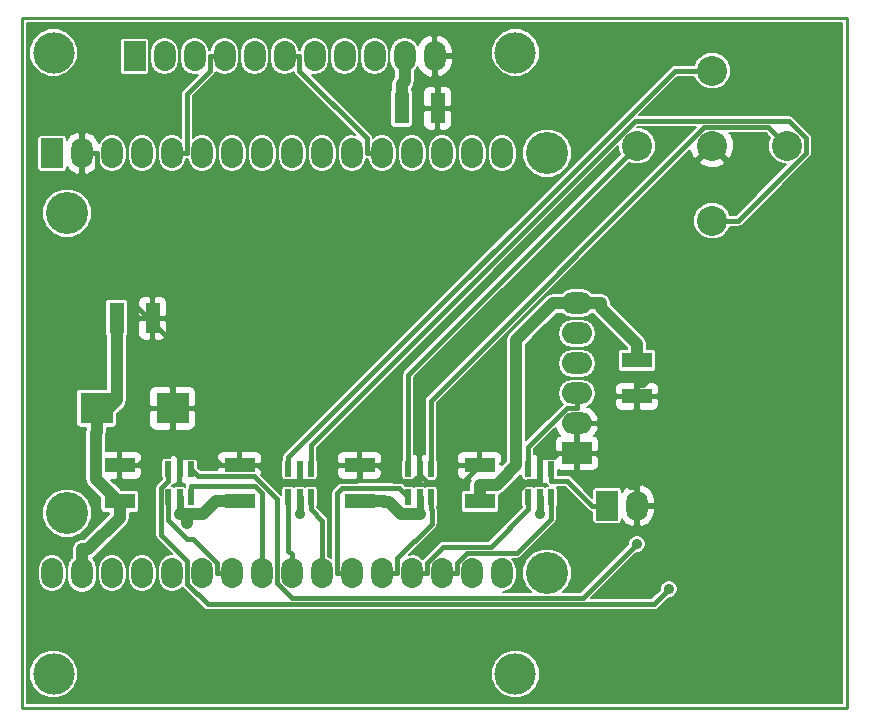
<source format=gbl>
G04 #@! TF.FileFunction,Copper,L2,Bot,Signal*
%FSLAX46Y46*%
G04 Gerber Fmt 4.6, Leading zero omitted, Abs format (unit mm)*
G04 Created by KiCad (PCBNEW 4.1.0-alpha+201608211231+7083~46~ubuntu16.04.1-product) date Fri Aug 26 15:46:51 2016*
%MOMM*%
%LPD*%
G01*
G04 APERTURE LIST*
%ADD10C,0.100000*%
%ADD11C,0.228600*%
%ADD12R,1.270000X2.540000*%
%ADD13R,2.770000X2.550000*%
%ADD14R,2.540000X1.270000*%
%ADD15R,2.540000X1.854200*%
%ADD16O,2.540000X1.854200*%
%ADD17C,2.540000*%
%ADD18O,1.854200X2.540000*%
%ADD19R,1.854200X2.540000*%
%ADD20C,3.556000*%
%ADD21R,0.558800X1.330960*%
%ADD22C,3.500000*%
%ADD23C,0.889000*%
%ADD24C,0.406400*%
%ADD25C,1.016000*%
%ADD26C,0.558600*%
%ADD27C,0.203200*%
G04 APERTURE END LIST*
D10*
D11*
X143510000Y-70485000D02*
X73660000Y-70485000D01*
X143510000Y-128905000D02*
X143510000Y-70485000D01*
X73660000Y-128905000D02*
X143510000Y-128905000D01*
X73660000Y-70485000D02*
X73660000Y-128905000D01*
D12*
X81661000Y-95885000D03*
X84709000Y-95885000D03*
D13*
X79965000Y-103505000D03*
X86405000Y-103505000D03*
D12*
X105791000Y-78105000D03*
X108839000Y-78105000D03*
D14*
X125730000Y-99441000D03*
X125730000Y-102489000D03*
X112395000Y-111379000D03*
X112395000Y-108331000D03*
X102235000Y-111379000D03*
X102235000Y-108331000D03*
X92075000Y-111379000D03*
X92075000Y-108331000D03*
X81915000Y-111379000D03*
X81915000Y-108331000D03*
D15*
X120650000Y-107315000D03*
D16*
X120650000Y-104775000D03*
X120650000Y-102235000D03*
X120650000Y-99695000D03*
X120650000Y-97155000D03*
X120650000Y-94615000D03*
D17*
X132080000Y-81280000D03*
X132080000Y-74930000D03*
X132080000Y-87630000D03*
X125730000Y-81280000D03*
X138430000Y-81280000D03*
D18*
X78740000Y-81915000D03*
X81280000Y-81915000D03*
D19*
X76200000Y-81915000D03*
D18*
X83820000Y-81915000D03*
X86360000Y-81915000D03*
X88900000Y-81915000D03*
X91440000Y-81915000D03*
X93980000Y-81915000D03*
X96520000Y-81915000D03*
X99060000Y-81915000D03*
X101600000Y-81915000D03*
X104140000Y-81915000D03*
X106680000Y-81915000D03*
X109220000Y-81915000D03*
X111760000Y-81915000D03*
X114300000Y-81915000D03*
X114300000Y-117475000D03*
X111760000Y-117475000D03*
X109220000Y-117475000D03*
X106680000Y-117475000D03*
X104140000Y-117475000D03*
X101600000Y-117475000D03*
X99060000Y-117475000D03*
X96520000Y-117475000D03*
X93980000Y-117475000D03*
X91440000Y-117475000D03*
X88900000Y-117475000D03*
X86360000Y-117475000D03*
X83820000Y-117475000D03*
X81280000Y-117475000D03*
X78740000Y-117475000D03*
X76200000Y-117475000D03*
D20*
X77470000Y-86995000D03*
X77470000Y-112395000D03*
X118110000Y-117475000D03*
X118110000Y-81915000D03*
D18*
X125730000Y-111760000D03*
D19*
X123190000Y-111760000D03*
D21*
X116525040Y-108656120D03*
X117475000Y-108656120D03*
X118424960Y-108656120D03*
X118424960Y-111053880D03*
X117475000Y-111053880D03*
X116525040Y-111053880D03*
X106365040Y-108656120D03*
X107315000Y-108656120D03*
X108264960Y-108656120D03*
X108264960Y-111053880D03*
X107315000Y-111053880D03*
X106365040Y-111053880D03*
X96205040Y-108656120D03*
X97155000Y-108656120D03*
X98104960Y-108656120D03*
X98104960Y-111053880D03*
X97155000Y-111053880D03*
X96205040Y-111053880D03*
X86045040Y-108656120D03*
X86995000Y-108656120D03*
X87944960Y-108656120D03*
X87944960Y-111053880D03*
X86995000Y-111053880D03*
X86045040Y-111053880D03*
D22*
X76335000Y-73395000D03*
X115435000Y-73395000D03*
X115435000Y-125995000D03*
X76335000Y-125995000D03*
D19*
X83185000Y-73695000D03*
D18*
X85725000Y-73695000D03*
X88265000Y-73695000D03*
X90805000Y-73695000D03*
X93345000Y-73695000D03*
X95885000Y-73695000D03*
X98425000Y-73695000D03*
X100965000Y-73695000D03*
X103505000Y-73695000D03*
X106045000Y-73695000D03*
X108585000Y-73695000D03*
D23*
X114192200Y-109633400D03*
X104703900Y-111444400D03*
X117475000Y-112481900D03*
X87601700Y-113185300D03*
X97155000Y-112452600D03*
X128431800Y-118821200D03*
X125712100Y-114997400D03*
D24*
X86405000Y-103505000D02*
X86405000Y-104307600D01*
X81915000Y-108331000D02*
X83515200Y-108331000D01*
X84709000Y-95885000D02*
X84340800Y-95885000D01*
X120650000Y-107315000D02*
X122250200Y-107315000D01*
X125730000Y-111760000D02*
X125730000Y-110159800D01*
X86405000Y-97949200D02*
X84340800Y-95885000D01*
X86405000Y-103505000D02*
X86405000Y-97949200D01*
X79997300Y-91541500D02*
X79997300Y-81915000D01*
X84340800Y-95885000D02*
X79997300Y-91541500D01*
X78740000Y-81915000D02*
X79997300Y-81915000D01*
X102235000Y-108331000D02*
X103835200Y-108331000D01*
X97155000Y-108656100D02*
X97155000Y-109594000D01*
X102235000Y-108331000D02*
X102235000Y-109296200D01*
X108839000Y-75549200D02*
X108839000Y-78105000D01*
X108585000Y-75295200D02*
X108839000Y-75549200D01*
X108585000Y-73695000D02*
X108585000Y-75295200D01*
X105192100Y-109687900D02*
X103835200Y-108331000D01*
X106781000Y-109687900D02*
X105192100Y-109687900D01*
X107315000Y-109153900D02*
X106781000Y-109687900D01*
X89804200Y-107660400D02*
X86995000Y-107660400D01*
X90474800Y-108331000D02*
X89804200Y-107660400D01*
X92075000Y-108331000D02*
X90474800Y-108331000D01*
X86995000Y-108656100D02*
X86995000Y-107800000D01*
X86995000Y-107800000D02*
X86995000Y-107685400D01*
X86995000Y-107685400D02*
X86995000Y-107660400D01*
X84750800Y-107095400D02*
X83515200Y-108331000D01*
X86405000Y-107095400D02*
X84750800Y-107095400D01*
X86995000Y-107685400D02*
X86405000Y-107095400D01*
X86405000Y-107095400D02*
X86405000Y-104307600D01*
X97155000Y-109632800D02*
X97155000Y-109594000D01*
X101898400Y-109632800D02*
X97155000Y-109632800D01*
X102235000Y-109296200D02*
X101898400Y-109632800D01*
X92075000Y-108331000D02*
X93675200Y-108331000D01*
X107315000Y-108905000D02*
X107315000Y-109153900D01*
X107315000Y-108656100D02*
X107315000Y-108905000D01*
X110411800Y-109855000D02*
X110641400Y-110084600D01*
X108016100Y-109855000D02*
X110411800Y-109855000D01*
X107315000Y-109153900D02*
X108016100Y-109855000D01*
X110641400Y-112178100D02*
X110641400Y-110084600D01*
X110934900Y-112471600D02*
X110641400Y-112178100D01*
X113868300Y-112471600D02*
X110934900Y-112471600D01*
X114416100Y-111923800D02*
X113868300Y-112471600D01*
X114416100Y-111735400D02*
X114416100Y-111923800D01*
X116499700Y-109651800D02*
X114416100Y-111735400D01*
X117475000Y-109651800D02*
X116499700Y-109651800D01*
X110641400Y-110084600D02*
X112395000Y-108331000D01*
X94977000Y-109632800D02*
X93675200Y-108331000D01*
X97155000Y-109632800D02*
X94977000Y-109632800D01*
X125095000Y-110159800D02*
X125730000Y-110159800D01*
X122250200Y-107315000D02*
X125095000Y-110159800D01*
X120650000Y-107315000D02*
X120650000Y-106057700D01*
X117475000Y-109153900D02*
X117475000Y-109651800D01*
X117475000Y-109153900D02*
X117475000Y-108656100D01*
X118704400Y-107660400D02*
X119049800Y-107315000D01*
X117475000Y-107660400D02*
X118704400Y-107660400D01*
X117475000Y-108656100D02*
X117475000Y-107660400D01*
X120650000Y-107315000D02*
X119049800Y-107315000D01*
X126212600Y-101523800D02*
X125730000Y-101523800D01*
X127685400Y-100051000D02*
X126212600Y-101523800D01*
X127685400Y-85674600D02*
X127685400Y-100051000D01*
X132080000Y-81280000D02*
X127685400Y-85674600D01*
X125730000Y-102489000D02*
X125730000Y-101523800D01*
X120650000Y-104775000D02*
X120650000Y-106057700D01*
X125730000Y-102489000D02*
X125730000Y-103454200D01*
X124409200Y-104775000D02*
X125730000Y-103454200D01*
X120650000Y-104775000D02*
X124409200Y-104775000D01*
D25*
X105791000Y-78105000D02*
X105791000Y-76072700D01*
X112395000Y-111379000D02*
X112395000Y-109981700D01*
X120296900Y-94615000D02*
X118617700Y-94615000D01*
X120296900Y-94615000D02*
X120650000Y-94615000D01*
X122682300Y-94996000D02*
X125730000Y-98043700D01*
X122682300Y-94615000D02*
X122682300Y-94996000D01*
X120650000Y-94615000D02*
X122682300Y-94615000D01*
X125730000Y-99441000D02*
X125730000Y-98043700D01*
X106045000Y-75818700D02*
X106045000Y-73695000D01*
X105791000Y-76072700D02*
X106045000Y-75818700D01*
X79248600Y-115442700D02*
X78740000Y-115442700D01*
X81915000Y-112776300D02*
X79248600Y-115442700D01*
X78740000Y-117475000D02*
X78740000Y-115442700D01*
X92075000Y-111379000D02*
X90042700Y-111379000D01*
D26*
X107315000Y-112481900D02*
X107315000Y-111053900D01*
D25*
X115483200Y-108342400D02*
X114192200Y-109633400D01*
X115483200Y-97749500D02*
X115483200Y-108342400D01*
X118617700Y-94615000D02*
X115483200Y-97749500D01*
X113843900Y-109981700D02*
X112395000Y-109981700D01*
X114192200Y-109633400D02*
X113843900Y-109981700D01*
D26*
X86995000Y-112481900D02*
X86995000Y-111053900D01*
X117475000Y-112481900D02*
X117475000Y-111053900D01*
D25*
X81915000Y-111379000D02*
X81915000Y-111482900D01*
X81915000Y-111482900D02*
X81915000Y-112776300D01*
X79882600Y-105624700D02*
X79965000Y-105542300D01*
X79882600Y-109450500D02*
X79882600Y-105624700D01*
X81915000Y-111482900D02*
X79882600Y-109450500D01*
X79965000Y-103505000D02*
X79965000Y-104523600D01*
X79965000Y-104523600D02*
X79965000Y-105542300D01*
X81661000Y-102827600D02*
X81661000Y-95885000D01*
X79965000Y-104523600D02*
X81661000Y-102827600D01*
X87601700Y-113185300D02*
X87601700Y-112481900D01*
X86995000Y-112481900D02*
X87601700Y-112481900D01*
X88939800Y-112481900D02*
X90042700Y-111379000D01*
X87601700Y-112481900D02*
X88939800Y-112481900D01*
X102235000Y-111379000D02*
X104267300Y-111379000D01*
X105741400Y-112481900D02*
X104703900Y-111444400D01*
X107315000Y-112481900D02*
X105741400Y-112481900D01*
X104332700Y-111444400D02*
X104267300Y-111379000D01*
X104703900Y-111444400D02*
X104332700Y-111444400D01*
D26*
X97155000Y-112452600D02*
X97155000Y-111053900D01*
D24*
X87617300Y-76882700D02*
X87617300Y-81915000D01*
X89547700Y-74952300D02*
X87617300Y-76882700D01*
X89547700Y-73695000D02*
X89547700Y-74952300D01*
X86360000Y-81915000D02*
X87617300Y-81915000D01*
X90805000Y-73695000D02*
X89547700Y-73695000D01*
X119786100Y-103492300D02*
X120650000Y-103492300D01*
X116525000Y-106753400D02*
X119786100Y-103492300D01*
X116525000Y-108656100D02*
X116525000Y-106753400D01*
X120650000Y-102235000D02*
X120650000Y-103492300D01*
X128935400Y-74930000D02*
X132080000Y-74930000D01*
X96205000Y-107660400D02*
X128935400Y-74930000D01*
X96205000Y-108656100D02*
X96205000Y-107660400D01*
X134310500Y-87630000D02*
X132080000Y-87630000D01*
X140048700Y-81891800D02*
X134310500Y-87630000D01*
X140048700Y-80630300D02*
X140048700Y-81891800D01*
X138602300Y-79183900D02*
X140048700Y-80630300D01*
X125536200Y-79183900D02*
X138602300Y-79183900D01*
X98105000Y-106615100D02*
X125536200Y-79183900D01*
X98105000Y-108656100D02*
X98105000Y-106615100D01*
X106365000Y-100645000D02*
X125730000Y-81280000D01*
X106365000Y-108656100D02*
X106365000Y-100645000D01*
X136842300Y-79692300D02*
X138430000Y-81280000D01*
X131434200Y-79692300D02*
X136842300Y-79692300D01*
X108265000Y-102861500D02*
X131434200Y-79692300D01*
X108265000Y-108656100D02*
X108265000Y-102861500D01*
X102882700Y-80657700D02*
X102882700Y-81915000D01*
X97142300Y-74917300D02*
X102882700Y-80657700D01*
X97142300Y-73695000D02*
X97142300Y-74917300D01*
X95885000Y-73695000D02*
X97142300Y-73695000D01*
X104140000Y-81915000D02*
X102882700Y-81915000D01*
X107937300Y-116611100D02*
X107937300Y-117475000D01*
X109318700Y-115229700D02*
X107937300Y-116611100D01*
X113344900Y-115229700D02*
X109318700Y-115229700D01*
X116525000Y-112049600D02*
X113344900Y-115229700D01*
X116525000Y-111053900D02*
X116525000Y-112049600D01*
X106680000Y-117475000D02*
X107937300Y-117475000D01*
X110477300Y-116611100D02*
X110477300Y-117475000D01*
X111350300Y-115738100D02*
X110477300Y-116611100D01*
X115533900Y-115738100D02*
X111350300Y-115738100D01*
X118425000Y-112847000D02*
X115533900Y-115738100D01*
X118425000Y-111053900D02*
X118425000Y-112847000D01*
X109220000Y-117475000D02*
X110477300Y-117475000D01*
X100342700Y-110715700D02*
X100342700Y-117475000D01*
X100772000Y-110286400D02*
X100342700Y-110715700D01*
X105597500Y-110286400D02*
X100772000Y-110286400D01*
X106365000Y-111053900D02*
X105597500Y-110286400D01*
X101600000Y-117475000D02*
X100342700Y-117475000D01*
X108341700Y-112126300D02*
X108265000Y-112049600D01*
X108341700Y-113273300D02*
X108341700Y-112126300D01*
X105397300Y-116217700D02*
X108341700Y-113273300D01*
X105397300Y-117475000D02*
X105397300Y-116217700D01*
X104140000Y-117475000D02*
X105397300Y-117475000D01*
X108265000Y-111053900D02*
X108265000Y-112049600D01*
X96205000Y-111053900D02*
X96205000Y-112049600D01*
X96520000Y-117475000D02*
X96520000Y-115874800D01*
X96205000Y-115559800D02*
X96520000Y-115874800D01*
X96205000Y-112049600D02*
X96205000Y-115559800D01*
X99060000Y-117475000D02*
X99060000Y-115874800D01*
X99060000Y-113004600D02*
X98105000Y-112049600D01*
X99060000Y-115874800D02*
X99060000Y-113004600D01*
X98105000Y-111053900D02*
X98105000Y-112049600D01*
X91440000Y-117475000D02*
X90182700Y-117475000D01*
X86045000Y-111053900D02*
X86045000Y-112049600D01*
X90182700Y-116634700D02*
X90182700Y-117475000D01*
X88145100Y-114597100D02*
X90182700Y-116634700D01*
X87648100Y-114597100D02*
X88145100Y-114597100D01*
X85994300Y-112943300D02*
X87648100Y-114597100D01*
X85994300Y-112100300D02*
X85994300Y-112943300D01*
X86045000Y-112049600D02*
X85994300Y-112100300D01*
X93980000Y-110665900D02*
X93980000Y-117475000D01*
X93372300Y-110058200D02*
X93980000Y-110665900D01*
X87945000Y-110058200D02*
X93372300Y-110058200D01*
X87945000Y-111053900D02*
X87945000Y-110058200D01*
X119824500Y-109651800D02*
X121932700Y-111760000D01*
X118425000Y-109651800D02*
X119824500Y-109651800D01*
X118425000Y-108656100D02*
X118425000Y-109651800D01*
X123190000Y-111760000D02*
X121932700Y-111760000D01*
X86045000Y-108656100D02*
X86045000Y-109651800D01*
X127156400Y-120096600D02*
X128431800Y-118821200D01*
X89385400Y-120096600D02*
X127156400Y-120096600D01*
X87630000Y-118341200D02*
X89385400Y-120096600D01*
X87630000Y-116446100D02*
X87630000Y-118341200D01*
X85435300Y-114251400D02*
X87630000Y-116446100D01*
X85435300Y-110261500D02*
X85435300Y-114251400D01*
X86045000Y-109651800D02*
X85435300Y-110261500D01*
X121133900Y-119575600D02*
X125712100Y-114997400D01*
X96509900Y-119575600D02*
X121133900Y-119575600D01*
X95250000Y-118315700D02*
X96509900Y-119575600D01*
X95250000Y-111215200D02*
X95250000Y-118315700D01*
X93306000Y-109271200D02*
X95250000Y-111215200D01*
X88560100Y-109271200D02*
X93306000Y-109271200D01*
X87945000Y-108656100D02*
X88560100Y-109271200D01*
D27*
G36*
X143090900Y-128485900D02*
X74079100Y-128485900D01*
X74079100Y-126401932D01*
X74279844Y-126401932D01*
X74592010Y-127157430D01*
X75169530Y-127735959D01*
X75924482Y-128049443D01*
X76741932Y-128050156D01*
X77497430Y-127737990D01*
X78075959Y-127160470D01*
X78389443Y-126405518D01*
X78389446Y-126401932D01*
X113379844Y-126401932D01*
X113692010Y-127157430D01*
X114269530Y-127735959D01*
X115024482Y-128049443D01*
X115841932Y-128050156D01*
X116597430Y-127737990D01*
X117175959Y-127160470D01*
X117489443Y-126405518D01*
X117490156Y-125588068D01*
X117177990Y-124832570D01*
X116600470Y-124254041D01*
X115845518Y-123940557D01*
X115028068Y-123939844D01*
X114272570Y-124252010D01*
X113694041Y-124829530D01*
X113380557Y-125584482D01*
X113379844Y-126401932D01*
X78389446Y-126401932D01*
X78390156Y-125588068D01*
X78077990Y-124832570D01*
X77500470Y-124254041D01*
X76745518Y-123940557D01*
X75928068Y-123939844D01*
X75172570Y-124252010D01*
X74594041Y-124829530D01*
X74280557Y-125584482D01*
X74279844Y-126401932D01*
X74079100Y-126401932D01*
X74079100Y-117101248D01*
X74968100Y-117101248D01*
X74968100Y-117848752D01*
X75061873Y-118320180D01*
X75328915Y-118719837D01*
X75728572Y-118986879D01*
X76200000Y-119080652D01*
X76671428Y-118986879D01*
X77071085Y-118719837D01*
X77338127Y-118320180D01*
X77431900Y-117848752D01*
X77431900Y-117101248D01*
X77431703Y-117100253D01*
X77457300Y-117100253D01*
X77457300Y-117849747D01*
X77554940Y-118340615D01*
X77832994Y-118756753D01*
X78249132Y-119034807D01*
X78740000Y-119132447D01*
X79230868Y-119034807D01*
X79647006Y-118756753D01*
X79925060Y-118340615D01*
X80022700Y-117849747D01*
X80022700Y-117101248D01*
X80048100Y-117101248D01*
X80048100Y-117848752D01*
X80141873Y-118320180D01*
X80408915Y-118719837D01*
X80808572Y-118986879D01*
X81280000Y-119080652D01*
X81751428Y-118986879D01*
X82151085Y-118719837D01*
X82418127Y-118320180D01*
X82511900Y-117848752D01*
X82511900Y-117101248D01*
X82588100Y-117101248D01*
X82588100Y-117848752D01*
X82681873Y-118320180D01*
X82948915Y-118719837D01*
X83348572Y-118986879D01*
X83820000Y-119080652D01*
X84291428Y-118986879D01*
X84691085Y-118719837D01*
X84958127Y-118320180D01*
X85051900Y-117848752D01*
X85051900Y-117101248D01*
X84958127Y-116629820D01*
X84691085Y-116230163D01*
X84291428Y-115963121D01*
X83820000Y-115869348D01*
X83348572Y-115963121D01*
X82948915Y-116230163D01*
X82681873Y-116629820D01*
X82588100Y-117101248D01*
X82511900Y-117101248D01*
X82418127Y-116629820D01*
X82151085Y-116230163D01*
X81751428Y-115963121D01*
X81280000Y-115869348D01*
X80808572Y-115963121D01*
X80408915Y-116230163D01*
X80141873Y-116629820D01*
X80048100Y-117101248D01*
X80022700Y-117101248D01*
X80022700Y-117100253D01*
X79925060Y-116609385D01*
X79647898Y-116194582D01*
X79859257Y-116053357D01*
X82525657Y-113386957D01*
X82712862Y-113106785D01*
X82726311Y-113039171D01*
X82778600Y-112776300D01*
X82778600Y-112376566D01*
X83185000Y-112376566D01*
X83323748Y-112348967D01*
X83441373Y-112270373D01*
X83519967Y-112152748D01*
X83547566Y-112014000D01*
X83547566Y-110744000D01*
X83519967Y-110605252D01*
X83441373Y-110487627D01*
X83323748Y-110409033D01*
X83185000Y-110381434D01*
X82034849Y-110381434D01*
X81914915Y-110261500D01*
X84927300Y-110261500D01*
X84927300Y-114251400D01*
X84965969Y-114445803D01*
X85076090Y-114610610D01*
X86339004Y-115873524D01*
X85888572Y-115963121D01*
X85488915Y-116230163D01*
X85221873Y-116629820D01*
X85128100Y-117101248D01*
X85128100Y-117848752D01*
X85221873Y-118320180D01*
X85488915Y-118719837D01*
X85888572Y-118986879D01*
X86360000Y-119080652D01*
X86831428Y-118986879D01*
X87231085Y-118719837D01*
X87257428Y-118680412D01*
X87270790Y-118700410D01*
X89026189Y-120455810D01*
X89136310Y-120529390D01*
X89190997Y-120565931D01*
X89385400Y-120604600D01*
X127156400Y-120604600D01*
X127350803Y-120565931D01*
X127515610Y-120455810D01*
X128400946Y-119570474D01*
X128580191Y-119570630D01*
X128855690Y-119456796D01*
X129066656Y-119246199D01*
X129180970Y-118970899D01*
X129181230Y-118672809D01*
X129067396Y-118397310D01*
X128856799Y-118186344D01*
X128581499Y-118072030D01*
X128283409Y-118071770D01*
X128007910Y-118185604D01*
X127796944Y-118396201D01*
X127682630Y-118671501D01*
X127682472Y-118852108D01*
X126945980Y-119588600D01*
X121839320Y-119588600D01*
X125681247Y-115746674D01*
X125860491Y-115746830D01*
X126135990Y-115632996D01*
X126346956Y-115422399D01*
X126461270Y-115147099D01*
X126461530Y-114849009D01*
X126347696Y-114573510D01*
X126137099Y-114362544D01*
X125861799Y-114248230D01*
X125563709Y-114247970D01*
X125288210Y-114361804D01*
X125077244Y-114572401D01*
X124962930Y-114847701D01*
X124962772Y-115028307D01*
X120923480Y-119067600D01*
X119462715Y-119067600D01*
X119874682Y-118656352D01*
X120192437Y-117891112D01*
X120193160Y-117062523D01*
X119876741Y-116296730D01*
X119291352Y-115710318D01*
X118526112Y-115392563D01*
X117697523Y-115391840D01*
X116931730Y-115708259D01*
X116345318Y-116293648D01*
X116027563Y-117058888D01*
X116026840Y-117887477D01*
X116343259Y-118653270D01*
X116756866Y-119067600D01*
X114365617Y-119067600D01*
X114771428Y-118986879D01*
X115171085Y-118719837D01*
X115438127Y-118320180D01*
X115531900Y-117848752D01*
X115531900Y-117101248D01*
X115438127Y-116629820D01*
X115181734Y-116246100D01*
X115533900Y-116246100D01*
X115728303Y-116207431D01*
X115893110Y-116097310D01*
X118784210Y-113206210D01*
X118894331Y-113041403D01*
X118933000Y-112847000D01*
X118933000Y-111925800D01*
X118991475Y-111838287D01*
X119015131Y-111719360D01*
X119015131Y-110388400D01*
X118991475Y-110269473D01*
X118924108Y-110168652D01*
X118910860Y-110159800D01*
X119614080Y-110159800D01*
X121573490Y-112119210D01*
X121738297Y-112229331D01*
X121932700Y-112268000D01*
X121952129Y-112268000D01*
X121952129Y-113030000D01*
X121975785Y-113148927D01*
X122043152Y-113249748D01*
X122143973Y-113317115D01*
X122262900Y-113340771D01*
X124117100Y-113340771D01*
X124236027Y-113317115D01*
X124336848Y-113249748D01*
X124404215Y-113148927D01*
X124427871Y-113030000D01*
X124427871Y-112903898D01*
X124751152Y-113297274D01*
X125282730Y-113580947D01*
X125340269Y-113589357D01*
X125577600Y-113478785D01*
X125577600Y-111912400D01*
X125882400Y-111912400D01*
X125882400Y-113478785D01*
X126119731Y-113589357D01*
X126177270Y-113580947D01*
X126708848Y-113297274D01*
X127091405Y-112831769D01*
X127266700Y-112255300D01*
X127266700Y-111912400D01*
X125882400Y-111912400D01*
X125577600Y-111912400D01*
X125557600Y-111912400D01*
X125557600Y-111607600D01*
X125577600Y-111607600D01*
X125577600Y-110041215D01*
X125882400Y-110041215D01*
X125882400Y-111607600D01*
X127266700Y-111607600D01*
X127266700Y-111264700D01*
X127091405Y-110688231D01*
X126708848Y-110222726D01*
X126177270Y-109939053D01*
X126119731Y-109930643D01*
X125882400Y-110041215D01*
X125577600Y-110041215D01*
X125340269Y-109930643D01*
X125282730Y-109939053D01*
X124751152Y-110222726D01*
X124427871Y-110616102D01*
X124427871Y-110490000D01*
X124404215Y-110371073D01*
X124336848Y-110270252D01*
X124236027Y-110202885D01*
X124117100Y-110179229D01*
X122262900Y-110179229D01*
X122143973Y-110202885D01*
X122043152Y-110270252D01*
X121975785Y-110371073D01*
X121952129Y-110490000D01*
X121952129Y-111061009D01*
X120183710Y-109292590D01*
X120018903Y-109182469D01*
X119824500Y-109143800D01*
X119015131Y-109143800D01*
X119015131Y-108739336D01*
X119034689Y-108758894D01*
X119258743Y-108851700D01*
X120345200Y-108851700D01*
X120497600Y-108699300D01*
X120497600Y-107467400D01*
X120802400Y-107467400D01*
X120802400Y-108699300D01*
X120954800Y-108851700D01*
X122041257Y-108851700D01*
X122265311Y-108758894D01*
X122436794Y-108587411D01*
X122529600Y-108363357D01*
X122529600Y-107619800D01*
X122377200Y-107467400D01*
X120802400Y-107467400D01*
X120497600Y-107467400D01*
X118922800Y-107467400D01*
X118770400Y-107619800D01*
X118770400Y-107693005D01*
X118704360Y-107679869D01*
X118285501Y-107679869D01*
X118271194Y-107645329D01*
X118099711Y-107473846D01*
X117875657Y-107381040D01*
X117767100Y-107381040D01*
X117614700Y-107533440D01*
X117614700Y-108503720D01*
X117647400Y-108503720D01*
X117647400Y-108808520D01*
X117614700Y-108808520D01*
X117614700Y-109778800D01*
X117767100Y-109931200D01*
X117875657Y-109931200D01*
X117982807Y-109886817D01*
X118065790Y-110011010D01*
X118165492Y-110077629D01*
X118145560Y-110077629D01*
X118026633Y-110101285D01*
X117949980Y-110152503D01*
X117873327Y-110101285D01*
X117754400Y-110077629D01*
X117195600Y-110077629D01*
X117076673Y-110101285D01*
X117000020Y-110152503D01*
X116923367Y-110101285D01*
X116804440Y-110077629D01*
X116245640Y-110077629D01*
X116126713Y-110101285D01*
X116025892Y-110168652D01*
X115958525Y-110269473D01*
X115934869Y-110388400D01*
X115934869Y-111719360D01*
X115958525Y-111838287D01*
X115982304Y-111873875D01*
X113134480Y-114721700D01*
X109318700Y-114721700D01*
X109124297Y-114760369D01*
X108959490Y-114870489D01*
X107578090Y-116251890D01*
X107571846Y-116261234D01*
X107551085Y-116230163D01*
X107151428Y-115963121D01*
X106680000Y-115869348D01*
X106410457Y-115922964D01*
X108700910Y-113632511D01*
X108811031Y-113467704D01*
X108827092Y-113386957D01*
X108849700Y-113273300D01*
X108849700Y-112126300D01*
X108835529Y-112055057D01*
X108811031Y-111931896D01*
X108789979Y-111900390D01*
X108831475Y-111838287D01*
X108855131Y-111719360D01*
X108855131Y-110388400D01*
X108831475Y-110269473D01*
X108764108Y-110168652D01*
X108663287Y-110101285D01*
X108544360Y-110077629D01*
X107985560Y-110077629D01*
X107866633Y-110101285D01*
X107789980Y-110152503D01*
X107713327Y-110101285D01*
X107594400Y-110077629D01*
X107035600Y-110077629D01*
X106916673Y-110101285D01*
X106840020Y-110152503D01*
X106763367Y-110101285D01*
X106644440Y-110077629D01*
X106107149Y-110077629D01*
X105956710Y-109927190D01*
X105791903Y-109817069D01*
X105597500Y-109778400D01*
X100772000Y-109778400D01*
X100577597Y-109817069D01*
X100412790Y-109927190D01*
X99983490Y-110356490D01*
X99873369Y-110521297D01*
X99834700Y-110715700D01*
X99834700Y-116165761D01*
X99568000Y-115987558D01*
X99568000Y-113004600D01*
X99529331Y-112810197D01*
X99419210Y-112645390D01*
X98647695Y-111873875D01*
X98671475Y-111838287D01*
X98695131Y-111719360D01*
X98695131Y-110388400D01*
X98671475Y-110269473D01*
X98604108Y-110168652D01*
X98503287Y-110101285D01*
X98384360Y-110077629D01*
X97825560Y-110077629D01*
X97706633Y-110101285D01*
X97629980Y-110152503D01*
X97553327Y-110101285D01*
X97434400Y-110077629D01*
X96875600Y-110077629D01*
X96756673Y-110101285D01*
X96680020Y-110152503D01*
X96603367Y-110101285D01*
X96484440Y-110077629D01*
X95925640Y-110077629D01*
X95806713Y-110101285D01*
X95705892Y-110168652D01*
X95638525Y-110269473D01*
X95614869Y-110388400D01*
X95614869Y-110864459D01*
X95609210Y-110855990D01*
X93921174Y-109167954D01*
X93954600Y-109087257D01*
X93954600Y-108635800D01*
X93802200Y-108483400D01*
X92227400Y-108483400D01*
X92227400Y-108503400D01*
X91922600Y-108503400D01*
X91922600Y-108483400D01*
X90347800Y-108483400D01*
X90195400Y-108635800D01*
X90195400Y-108763200D01*
X88770520Y-108763200D01*
X88535131Y-108527811D01*
X88535131Y-107990640D01*
X88511475Y-107871713D01*
X88444108Y-107770892D01*
X88343287Y-107703525D01*
X88224360Y-107679869D01*
X87805501Y-107679869D01*
X87791194Y-107645329D01*
X87720608Y-107574743D01*
X90195400Y-107574743D01*
X90195400Y-108026200D01*
X90347800Y-108178600D01*
X91922600Y-108178600D01*
X91922600Y-107238800D01*
X92227400Y-107238800D01*
X92227400Y-108178600D01*
X93802200Y-108178600D01*
X93954600Y-108026200D01*
X93954600Y-107990640D01*
X95614869Y-107990640D01*
X95614869Y-109321600D01*
X95638525Y-109440527D01*
X95705892Y-109541348D01*
X95806713Y-109608715D01*
X95925640Y-109632371D01*
X96344499Y-109632371D01*
X96358806Y-109666911D01*
X96530289Y-109838394D01*
X96754343Y-109931200D01*
X96862900Y-109931200D01*
X97015300Y-109778800D01*
X97015300Y-108808520D01*
X96982600Y-108808520D01*
X96982600Y-108503720D01*
X97015300Y-108503720D01*
X97015300Y-108483720D01*
X97294700Y-108483720D01*
X97294700Y-108503720D01*
X97327400Y-108503720D01*
X97327400Y-108808520D01*
X97294700Y-108808520D01*
X97294700Y-109778800D01*
X97447100Y-109931200D01*
X97555657Y-109931200D01*
X97779711Y-109838394D01*
X97951194Y-109666911D01*
X97965501Y-109632371D01*
X98384360Y-109632371D01*
X98503287Y-109608715D01*
X98604108Y-109541348D01*
X98671475Y-109440527D01*
X98695131Y-109321600D01*
X98695131Y-108635800D01*
X100355400Y-108635800D01*
X100355400Y-109087257D01*
X100448206Y-109311311D01*
X100619689Y-109482794D01*
X100843743Y-109575600D01*
X101930200Y-109575600D01*
X102082600Y-109423200D01*
X102082600Y-108483400D01*
X102387400Y-108483400D01*
X102387400Y-109423200D01*
X102539800Y-109575600D01*
X103626257Y-109575600D01*
X103850311Y-109482794D01*
X104021794Y-109311311D01*
X104114600Y-109087257D01*
X104114600Y-108635800D01*
X103962200Y-108483400D01*
X102387400Y-108483400D01*
X102082600Y-108483400D01*
X100507800Y-108483400D01*
X100355400Y-108635800D01*
X98695131Y-108635800D01*
X98695131Y-107990640D01*
X98671475Y-107871713D01*
X98613000Y-107784200D01*
X98613000Y-107574743D01*
X100355400Y-107574743D01*
X100355400Y-108026200D01*
X100507800Y-108178600D01*
X102082600Y-108178600D01*
X102082600Y-107238800D01*
X102387400Y-107238800D01*
X102387400Y-108178600D01*
X103962200Y-108178600D01*
X104114600Y-108026200D01*
X104114600Y-107574743D01*
X104021794Y-107350689D01*
X103850311Y-107179206D01*
X103626257Y-107086400D01*
X102539800Y-107086400D01*
X102387400Y-107238800D01*
X102082600Y-107238800D01*
X101930200Y-107086400D01*
X100843743Y-107086400D01*
X100619689Y-107179206D01*
X100448206Y-107350689D01*
X100355400Y-107574743D01*
X98613000Y-107574743D01*
X98613000Y-106825520D01*
X124155196Y-81283324D01*
X124154927Y-81591873D01*
X124314211Y-81977368D01*
X106005790Y-100285790D01*
X105895669Y-100450597D01*
X105857000Y-100645000D01*
X105857000Y-107784200D01*
X105798525Y-107871713D01*
X105774869Y-107990640D01*
X105774869Y-109321600D01*
X105798525Y-109440527D01*
X105865892Y-109541348D01*
X105966713Y-109608715D01*
X106085640Y-109632371D01*
X106504499Y-109632371D01*
X106518806Y-109666911D01*
X106690289Y-109838394D01*
X106914343Y-109931200D01*
X107022900Y-109931200D01*
X107175300Y-109778800D01*
X107175300Y-108808520D01*
X107142600Y-108808520D01*
X107142600Y-108503720D01*
X107175300Y-108503720D01*
X107175300Y-107533440D01*
X107022900Y-107381040D01*
X106914343Y-107381040D01*
X106873000Y-107398165D01*
X106873000Y-100855420D01*
X125032769Y-82695652D01*
X125415379Y-82854526D01*
X126041873Y-82855073D01*
X126620887Y-82615829D01*
X127064272Y-82173217D01*
X127304526Y-81594621D01*
X127305073Y-80968127D01*
X127065829Y-80389113D01*
X126623217Y-79945728D01*
X126044621Y-79705474D01*
X125733318Y-79705202D01*
X125746620Y-79691900D01*
X130716180Y-79691900D01*
X107905790Y-102502290D01*
X107795669Y-102667097D01*
X107757000Y-102861500D01*
X107757000Y-107398165D01*
X107715657Y-107381040D01*
X107607100Y-107381040D01*
X107454700Y-107533440D01*
X107454700Y-108503720D01*
X107487400Y-108503720D01*
X107487400Y-108808520D01*
X107454700Y-108808520D01*
X107454700Y-109778800D01*
X107607100Y-109931200D01*
X107715657Y-109931200D01*
X107939711Y-109838394D01*
X108111194Y-109666911D01*
X108125501Y-109632371D01*
X108544360Y-109632371D01*
X108663287Y-109608715D01*
X108764108Y-109541348D01*
X108831475Y-109440527D01*
X108855131Y-109321600D01*
X108855131Y-108635800D01*
X110515400Y-108635800D01*
X110515400Y-109087257D01*
X110608206Y-109311311D01*
X110779689Y-109482794D01*
X111003743Y-109575600D01*
X111647662Y-109575600D01*
X111597138Y-109651215D01*
X111531400Y-109981700D01*
X111531400Y-110381434D01*
X111125000Y-110381434D01*
X110986252Y-110409033D01*
X110868627Y-110487627D01*
X110790033Y-110605252D01*
X110762434Y-110744000D01*
X110762434Y-112014000D01*
X110790033Y-112152748D01*
X110868627Y-112270373D01*
X110986252Y-112348967D01*
X111125000Y-112376566D01*
X113665000Y-112376566D01*
X113803748Y-112348967D01*
X113921373Y-112270373D01*
X113999967Y-112152748D01*
X114027566Y-112014000D01*
X114027566Y-110808766D01*
X114174385Y-110779562D01*
X114454557Y-110592357D01*
X114802858Y-110244057D01*
X114802860Y-110244054D01*
X115934869Y-109112046D01*
X115934869Y-109321600D01*
X115958525Y-109440527D01*
X116025892Y-109541348D01*
X116126713Y-109608715D01*
X116245640Y-109632371D01*
X116664499Y-109632371D01*
X116678806Y-109666911D01*
X116850289Y-109838394D01*
X117074343Y-109931200D01*
X117182900Y-109931200D01*
X117335300Y-109778800D01*
X117335300Y-108808520D01*
X117302600Y-108808520D01*
X117302600Y-108503720D01*
X117335300Y-108503720D01*
X117335300Y-107533440D01*
X117182900Y-107381040D01*
X117074343Y-107381040D01*
X117033000Y-107398165D01*
X117033000Y-106963820D01*
X118822103Y-105174717D01*
X118829053Y-105222270D01*
X119112726Y-105753848D01*
X119181442Y-105810319D01*
X119034689Y-105871106D01*
X118863206Y-106042589D01*
X118770400Y-106266643D01*
X118770400Y-107010200D01*
X118922800Y-107162600D01*
X120497600Y-107162600D01*
X120497600Y-104927400D01*
X120802400Y-104927400D01*
X120802400Y-107162600D01*
X122377200Y-107162600D01*
X122529600Y-107010200D01*
X122529600Y-106266643D01*
X122436794Y-106042589D01*
X122265311Y-105871106D01*
X122118558Y-105810319D01*
X122187274Y-105753848D01*
X122470947Y-105222270D01*
X122479357Y-105164731D01*
X122368785Y-104927400D01*
X120802400Y-104927400D01*
X120497600Y-104927400D01*
X120477600Y-104927400D01*
X120477600Y-104622600D01*
X120497600Y-104622600D01*
X120497600Y-104602600D01*
X120802400Y-104602600D01*
X120802400Y-104622600D01*
X122368785Y-104622600D01*
X122479357Y-104385269D01*
X122470947Y-104327730D01*
X122187274Y-103796152D01*
X121721769Y-103413595D01*
X121524425Y-103353586D01*
X121894837Y-103106085D01*
X122103498Y-102793800D01*
X123850400Y-102793800D01*
X123850400Y-103245257D01*
X123943206Y-103469311D01*
X124114689Y-103640794D01*
X124338743Y-103733600D01*
X125425200Y-103733600D01*
X125577600Y-103581200D01*
X125577600Y-102641400D01*
X125882400Y-102641400D01*
X125882400Y-103581200D01*
X126034800Y-103733600D01*
X127121257Y-103733600D01*
X127345311Y-103640794D01*
X127516794Y-103469311D01*
X127609600Y-103245257D01*
X127609600Y-102793800D01*
X127457200Y-102641400D01*
X125882400Y-102641400D01*
X125577600Y-102641400D01*
X124002800Y-102641400D01*
X123850400Y-102793800D01*
X122103498Y-102793800D01*
X122161879Y-102706428D01*
X122255652Y-102235000D01*
X122161879Y-101763572D01*
X122141280Y-101732743D01*
X123850400Y-101732743D01*
X123850400Y-102184200D01*
X124002800Y-102336600D01*
X125577600Y-102336600D01*
X125577600Y-101396800D01*
X125882400Y-101396800D01*
X125882400Y-102336600D01*
X127457200Y-102336600D01*
X127609600Y-102184200D01*
X127609600Y-101732743D01*
X127516794Y-101508689D01*
X127345311Y-101337206D01*
X127121257Y-101244400D01*
X126034800Y-101244400D01*
X125882400Y-101396800D01*
X125577600Y-101396800D01*
X125425200Y-101244400D01*
X124338743Y-101244400D01*
X124114689Y-101337206D01*
X123943206Y-101508689D01*
X123850400Y-101732743D01*
X122141280Y-101732743D01*
X121894837Y-101363915D01*
X121495180Y-101096873D01*
X121023752Y-101003100D01*
X120276248Y-101003100D01*
X119804820Y-101096873D01*
X119405163Y-101363915D01*
X119138121Y-101763572D01*
X119044348Y-102235000D01*
X119138121Y-102706428D01*
X119405163Y-103106085D01*
X119436234Y-103126846D01*
X119426890Y-103133090D01*
X116346800Y-106213180D01*
X116346800Y-99695000D01*
X119044348Y-99695000D01*
X119138121Y-100166428D01*
X119405163Y-100566085D01*
X119804820Y-100833127D01*
X120276248Y-100926900D01*
X121023752Y-100926900D01*
X121495180Y-100833127D01*
X121894837Y-100566085D01*
X122161879Y-100166428D01*
X122255652Y-99695000D01*
X122161879Y-99223572D01*
X121894837Y-98823915D01*
X121495180Y-98556873D01*
X121023752Y-98463100D01*
X120276248Y-98463100D01*
X119804820Y-98556873D01*
X119405163Y-98823915D01*
X119138121Y-99223572D01*
X119044348Y-99695000D01*
X116346800Y-99695000D01*
X116346800Y-98107214D01*
X117299014Y-97155000D01*
X119044348Y-97155000D01*
X119138121Y-97626428D01*
X119405163Y-98026085D01*
X119804820Y-98293127D01*
X120276248Y-98386900D01*
X121023752Y-98386900D01*
X121495180Y-98293127D01*
X121894837Y-98026085D01*
X122161879Y-97626428D01*
X122255652Y-97155000D01*
X122161879Y-96683572D01*
X121894837Y-96283915D01*
X121495180Y-96016873D01*
X121023752Y-95923100D01*
X120276248Y-95923100D01*
X119804820Y-96016873D01*
X119405163Y-96283915D01*
X119138121Y-96683572D01*
X119044348Y-97155000D01*
X117299014Y-97155000D01*
X118975415Y-95478600D01*
X119339244Y-95478600D01*
X119368247Y-95522006D01*
X119784385Y-95800060D01*
X120275253Y-95897700D01*
X121024747Y-95897700D01*
X121515615Y-95800060D01*
X121931753Y-95522006D01*
X121960756Y-95478600D01*
X121986078Y-95478600D01*
X122071643Y-95606657D01*
X124866400Y-98401415D01*
X124866400Y-98443434D01*
X124460000Y-98443434D01*
X124321252Y-98471033D01*
X124203627Y-98549627D01*
X124125033Y-98667252D01*
X124097434Y-98806000D01*
X124097434Y-100076000D01*
X124125033Y-100214748D01*
X124203627Y-100332373D01*
X124321252Y-100410967D01*
X124460000Y-100438566D01*
X127000000Y-100438566D01*
X127138748Y-100410967D01*
X127256373Y-100332373D01*
X127334967Y-100214748D01*
X127362566Y-100076000D01*
X127362566Y-98806000D01*
X127334967Y-98667252D01*
X127256373Y-98549627D01*
X127138748Y-98471033D01*
X127000000Y-98443434D01*
X126593600Y-98443434D01*
X126593600Y-98043700D01*
X126527862Y-97713215D01*
X126340658Y-97433043D01*
X123545900Y-94638286D01*
X123545900Y-94615000D01*
X123480162Y-94284515D01*
X123292957Y-94004343D01*
X123012785Y-93817138D01*
X122682300Y-93751400D01*
X121960756Y-93751400D01*
X121931753Y-93707994D01*
X121515615Y-93429940D01*
X121024747Y-93332300D01*
X120275253Y-93332300D01*
X119784385Y-93429940D01*
X119368247Y-93707994D01*
X119339244Y-93751400D01*
X118617700Y-93751400D01*
X118342045Y-93806231D01*
X118287214Y-93817138D01*
X118007042Y-94004343D01*
X114872543Y-97138843D01*
X114685338Y-97419015D01*
X114619600Y-97749500D01*
X114619600Y-107984685D01*
X114274600Y-108329686D01*
X114274600Y-108178598D01*
X114122202Y-108178598D01*
X114274600Y-108026200D01*
X114274600Y-107574743D01*
X114181794Y-107350689D01*
X114010311Y-107179206D01*
X113786257Y-107086400D01*
X112699800Y-107086400D01*
X112547400Y-107238800D01*
X112547400Y-108178600D01*
X112567400Y-108178600D01*
X112567400Y-108483400D01*
X112547400Y-108483400D01*
X112547400Y-108503400D01*
X112242600Y-108503400D01*
X112242600Y-108483400D01*
X110667800Y-108483400D01*
X110515400Y-108635800D01*
X108855131Y-108635800D01*
X108855131Y-107990640D01*
X108831475Y-107871713D01*
X108773000Y-107784200D01*
X108773000Y-107574743D01*
X110515400Y-107574743D01*
X110515400Y-108026200D01*
X110667800Y-108178600D01*
X112242600Y-108178600D01*
X112242600Y-107238800D01*
X112090200Y-107086400D01*
X111003743Y-107086400D01*
X110779689Y-107179206D01*
X110608206Y-107350689D01*
X110515400Y-107574743D01*
X108773000Y-107574743D01*
X108773000Y-103071920D01*
X129214468Y-82630452D01*
X130945074Y-82630452D01*
X131080415Y-82915088D01*
X131782225Y-83173149D01*
X132529368Y-83142995D01*
X133079585Y-82915088D01*
X133214926Y-82630452D01*
X132080000Y-81495526D01*
X130945074Y-82630452D01*
X129214468Y-82630452D01*
X130213069Y-81631851D01*
X130217005Y-81729368D01*
X130444912Y-82279585D01*
X130729548Y-82414926D01*
X131864474Y-81280000D01*
X131850332Y-81265858D01*
X132065858Y-81050332D01*
X132080000Y-81064474D01*
X132094143Y-81050332D01*
X132309669Y-81265858D01*
X132295526Y-81280000D01*
X133430452Y-82414926D01*
X133715088Y-82279585D01*
X133973149Y-81577775D01*
X133942995Y-80830632D01*
X133715088Y-80280415D01*
X133546598Y-80200300D01*
X136631880Y-80200300D01*
X137014348Y-80582768D01*
X136855474Y-80965379D01*
X136854927Y-81591873D01*
X137094171Y-82170887D01*
X137536783Y-82614272D01*
X138115379Y-82854526D01*
X138367334Y-82854746D01*
X134100080Y-87122000D01*
X133574035Y-87122000D01*
X133415829Y-86739113D01*
X132973217Y-86295728D01*
X132394621Y-86055474D01*
X131768127Y-86054927D01*
X131189113Y-86294171D01*
X130745728Y-86736783D01*
X130505474Y-87315379D01*
X130504927Y-87941873D01*
X130744171Y-88520887D01*
X131186783Y-88964272D01*
X131765379Y-89204526D01*
X132391873Y-89205073D01*
X132970887Y-88965829D01*
X133414272Y-88523217D01*
X133574228Y-88138000D01*
X134310500Y-88138000D01*
X134504903Y-88099331D01*
X134669710Y-87989210D01*
X140407910Y-82251010D01*
X140518031Y-82086204D01*
X140524446Y-82053950D01*
X140556700Y-81891800D01*
X140556700Y-80630300D01*
X140518031Y-80435897D01*
X140465905Y-80357885D01*
X140407910Y-80271089D01*
X138961510Y-78824690D01*
X138796703Y-78714569D01*
X138602300Y-78675900D01*
X125907921Y-78675900D01*
X129145821Y-75438000D01*
X130585965Y-75438000D01*
X130744171Y-75820887D01*
X131186783Y-76264272D01*
X131765379Y-76504526D01*
X132391873Y-76505073D01*
X132970887Y-76265829D01*
X133414272Y-75823217D01*
X133654526Y-75244621D01*
X133655073Y-74618127D01*
X133415829Y-74039113D01*
X132973217Y-73595728D01*
X132394621Y-73355474D01*
X131768127Y-73354927D01*
X131189113Y-73594171D01*
X130745728Y-74036783D01*
X130585772Y-74422000D01*
X128935400Y-74422000D01*
X128740997Y-74460669D01*
X128576190Y-74570789D01*
X95845790Y-107301190D01*
X95735669Y-107465997D01*
X95697000Y-107660400D01*
X95697000Y-107784200D01*
X95638525Y-107871713D01*
X95614869Y-107990640D01*
X93954600Y-107990640D01*
X93954600Y-107574743D01*
X93861794Y-107350689D01*
X93690311Y-107179206D01*
X93466257Y-107086400D01*
X92379800Y-107086400D01*
X92227400Y-107238800D01*
X91922600Y-107238800D01*
X91770200Y-107086400D01*
X90683743Y-107086400D01*
X90459689Y-107179206D01*
X90288206Y-107350689D01*
X90195400Y-107574743D01*
X87720608Y-107574743D01*
X87619711Y-107473846D01*
X87395657Y-107381040D01*
X87287100Y-107381040D01*
X87134700Y-107533440D01*
X87134700Y-108503720D01*
X87167400Y-108503720D01*
X87167400Y-108808520D01*
X87134700Y-108808520D01*
X87134700Y-109778800D01*
X87287100Y-109931200D01*
X87395657Y-109931200D01*
X87468242Y-109901134D01*
X87437000Y-110058200D01*
X87437000Y-110130467D01*
X87393327Y-110101285D01*
X87274400Y-110077629D01*
X86715600Y-110077629D01*
X86596673Y-110101285D01*
X86520020Y-110152503D01*
X86443367Y-110101285D01*
X86335409Y-110079811D01*
X86404210Y-110011010D01*
X86487193Y-109886817D01*
X86594343Y-109931200D01*
X86702900Y-109931200D01*
X86855300Y-109778800D01*
X86855300Y-108808520D01*
X86822600Y-108808520D01*
X86822600Y-108503720D01*
X86855300Y-108503720D01*
X86855300Y-107533440D01*
X86702900Y-107381040D01*
X86594343Y-107381040D01*
X86370289Y-107473846D01*
X86198806Y-107645329D01*
X86184499Y-107679869D01*
X85765640Y-107679869D01*
X85646713Y-107703525D01*
X85545892Y-107770892D01*
X85478525Y-107871713D01*
X85454869Y-107990640D01*
X85454869Y-109321600D01*
X85478525Y-109440527D01*
X85502289Y-109476091D01*
X85076090Y-109902290D01*
X84965969Y-110067097D01*
X84927300Y-110261500D01*
X81914915Y-110261500D01*
X81229014Y-109575600D01*
X81610200Y-109575600D01*
X81762600Y-109423200D01*
X81762600Y-108483400D01*
X82067400Y-108483400D01*
X82067400Y-109423200D01*
X82219800Y-109575600D01*
X83306257Y-109575600D01*
X83530311Y-109482794D01*
X83701794Y-109311311D01*
X83794600Y-109087257D01*
X83794600Y-108635800D01*
X83642200Y-108483400D01*
X82067400Y-108483400D01*
X81762600Y-108483400D01*
X81742600Y-108483400D01*
X81742600Y-108178600D01*
X81762600Y-108178600D01*
X81762600Y-107238800D01*
X82067400Y-107238800D01*
X82067400Y-108178600D01*
X83642200Y-108178600D01*
X83794600Y-108026200D01*
X83794600Y-107574743D01*
X83701794Y-107350689D01*
X83530311Y-107179206D01*
X83306257Y-107086400D01*
X82219800Y-107086400D01*
X82067400Y-107238800D01*
X81762600Y-107238800D01*
X81610200Y-107086400D01*
X80746200Y-107086400D01*
X80746200Y-105897722D01*
X80762862Y-105872786D01*
X80786520Y-105753848D01*
X80828600Y-105542300D01*
X80828600Y-105142566D01*
X81350000Y-105142566D01*
X81488748Y-105114967D01*
X81606373Y-105036373D01*
X81684967Y-104918748D01*
X81712566Y-104780000D01*
X81712566Y-103997349D01*
X81900115Y-103809800D01*
X84410400Y-103809800D01*
X84410400Y-104901257D01*
X84503206Y-105125311D01*
X84674689Y-105296794D01*
X84898743Y-105389600D01*
X86100200Y-105389600D01*
X86252600Y-105237200D01*
X86252600Y-103657400D01*
X86557400Y-103657400D01*
X86557400Y-105237200D01*
X86709800Y-105389600D01*
X87911257Y-105389600D01*
X88135311Y-105296794D01*
X88306794Y-105125311D01*
X88399600Y-104901257D01*
X88399600Y-103809800D01*
X88247200Y-103657400D01*
X86557400Y-103657400D01*
X86252600Y-103657400D01*
X84562800Y-103657400D01*
X84410400Y-103809800D01*
X81900115Y-103809800D01*
X82271657Y-103438258D01*
X82458862Y-103158086D01*
X82493430Y-102984300D01*
X82524600Y-102827600D01*
X82524600Y-102108743D01*
X84410400Y-102108743D01*
X84410400Y-103200200D01*
X84562800Y-103352600D01*
X86252600Y-103352600D01*
X86252600Y-101772800D01*
X86557400Y-101772800D01*
X86557400Y-103352600D01*
X88247200Y-103352600D01*
X88399600Y-103200200D01*
X88399600Y-102108743D01*
X88306794Y-101884689D01*
X88135311Y-101713206D01*
X87911257Y-101620400D01*
X86709800Y-101620400D01*
X86557400Y-101772800D01*
X86252600Y-101772800D01*
X86100200Y-101620400D01*
X84898743Y-101620400D01*
X84674689Y-101713206D01*
X84503206Y-101884689D01*
X84410400Y-102108743D01*
X82524600Y-102108743D01*
X82524600Y-97429930D01*
X82552373Y-97411373D01*
X82630967Y-97293748D01*
X82658566Y-97155000D01*
X82658566Y-96189800D01*
X83464400Y-96189800D01*
X83464400Y-97276257D01*
X83557206Y-97500311D01*
X83728689Y-97671794D01*
X83952743Y-97764600D01*
X84404200Y-97764600D01*
X84556600Y-97612200D01*
X84556600Y-96037400D01*
X84861400Y-96037400D01*
X84861400Y-97612200D01*
X85013800Y-97764600D01*
X85465257Y-97764600D01*
X85689311Y-97671794D01*
X85860794Y-97500311D01*
X85953600Y-97276257D01*
X85953600Y-96189800D01*
X85801200Y-96037400D01*
X84861400Y-96037400D01*
X84556600Y-96037400D01*
X83616800Y-96037400D01*
X83464400Y-96189800D01*
X82658566Y-96189800D01*
X82658566Y-94615000D01*
X82634447Y-94493743D01*
X83464400Y-94493743D01*
X83464400Y-95580200D01*
X83616800Y-95732600D01*
X84556600Y-95732600D01*
X84556600Y-94157800D01*
X84861400Y-94157800D01*
X84861400Y-95732600D01*
X85801200Y-95732600D01*
X85953600Y-95580200D01*
X85953600Y-94493743D01*
X85860794Y-94269689D01*
X85689311Y-94098206D01*
X85465257Y-94005400D01*
X85013800Y-94005400D01*
X84861400Y-94157800D01*
X84556600Y-94157800D01*
X84404200Y-94005400D01*
X83952743Y-94005400D01*
X83728689Y-94098206D01*
X83557206Y-94269689D01*
X83464400Y-94493743D01*
X82634447Y-94493743D01*
X82630967Y-94476252D01*
X82552373Y-94358627D01*
X82434748Y-94280033D01*
X82296000Y-94252434D01*
X81026000Y-94252434D01*
X80887252Y-94280033D01*
X80769627Y-94358627D01*
X80691033Y-94476252D01*
X80663434Y-94615000D01*
X80663434Y-97155000D01*
X80691033Y-97293748D01*
X80769627Y-97411373D01*
X80797400Y-97429930D01*
X80797400Y-101867434D01*
X78580000Y-101867434D01*
X78441252Y-101895033D01*
X78323627Y-101973627D01*
X78245033Y-102091252D01*
X78217434Y-102230000D01*
X78217434Y-104780000D01*
X78245033Y-104918748D01*
X78323627Y-105036373D01*
X78441252Y-105114967D01*
X78580000Y-105142566D01*
X79101400Y-105142566D01*
X79101400Y-105269279D01*
X79084738Y-105294215D01*
X79019000Y-105624700D01*
X79019000Y-109450500D01*
X79062047Y-109666911D01*
X79084738Y-109780985D01*
X79271943Y-110061157D01*
X80282434Y-111071648D01*
X80282434Y-112014000D01*
X80310033Y-112152748D01*
X80388627Y-112270373D01*
X80506252Y-112348967D01*
X80645000Y-112376566D01*
X81051400Y-112376566D01*
X81051400Y-112418586D01*
X78890886Y-114579100D01*
X78740000Y-114579100D01*
X78409515Y-114644838D01*
X78129343Y-114832043D01*
X77942138Y-115112215D01*
X77876400Y-115442700D01*
X77876400Y-116164244D01*
X77832994Y-116193247D01*
X77554940Y-116609385D01*
X77457300Y-117100253D01*
X77431703Y-117100253D01*
X77338127Y-116629820D01*
X77071085Y-116230163D01*
X76671428Y-115963121D01*
X76200000Y-115869348D01*
X75728572Y-115963121D01*
X75328915Y-116230163D01*
X75061873Y-116629820D01*
X74968100Y-117101248D01*
X74079100Y-117101248D01*
X74079100Y-112807477D01*
X75386840Y-112807477D01*
X75703259Y-113573270D01*
X76288648Y-114159682D01*
X77053888Y-114477437D01*
X77882477Y-114478160D01*
X78648270Y-114161741D01*
X79234682Y-113576352D01*
X79552437Y-112811112D01*
X79553160Y-111982523D01*
X79236741Y-111216730D01*
X78651352Y-110630318D01*
X77886112Y-110312563D01*
X77057523Y-110311840D01*
X76291730Y-110628259D01*
X75705318Y-111213648D01*
X75387563Y-111978888D01*
X75386840Y-112807477D01*
X74079100Y-112807477D01*
X74079100Y-87407477D01*
X75386840Y-87407477D01*
X75703259Y-88173270D01*
X76288648Y-88759682D01*
X77053888Y-89077437D01*
X77882477Y-89078160D01*
X78648270Y-88761741D01*
X79234682Y-88176352D01*
X79552437Y-87411112D01*
X79553160Y-86582523D01*
X79236741Y-85816730D01*
X78651352Y-85230318D01*
X77886112Y-84912563D01*
X77057523Y-84911840D01*
X76291730Y-85228259D01*
X75705318Y-85813648D01*
X75387563Y-86578888D01*
X75386840Y-87407477D01*
X74079100Y-87407477D01*
X74079100Y-80645000D01*
X74962129Y-80645000D01*
X74962129Y-83185000D01*
X74985785Y-83303927D01*
X75053152Y-83404748D01*
X75153973Y-83472115D01*
X75272900Y-83495771D01*
X77127100Y-83495771D01*
X77246027Y-83472115D01*
X77346848Y-83404748D01*
X77414215Y-83303927D01*
X77437871Y-83185000D01*
X77437871Y-83058898D01*
X77761152Y-83452274D01*
X78292730Y-83735947D01*
X78350269Y-83744357D01*
X78587600Y-83633785D01*
X78587600Y-82067400D01*
X78567600Y-82067400D01*
X78567600Y-81762600D01*
X78587600Y-81762600D01*
X78587600Y-80196215D01*
X78892400Y-80196215D01*
X78892400Y-81762600D01*
X78912400Y-81762600D01*
X78912400Y-82067400D01*
X78892400Y-82067400D01*
X78892400Y-83633785D01*
X79129731Y-83744357D01*
X79187270Y-83735947D01*
X79718848Y-83452274D01*
X80101405Y-82986769D01*
X80161414Y-82789425D01*
X80408915Y-83159837D01*
X80808572Y-83426879D01*
X81280000Y-83520652D01*
X81751428Y-83426879D01*
X82151085Y-83159837D01*
X82418127Y-82760180D01*
X82511900Y-82288752D01*
X82511900Y-81541248D01*
X82588100Y-81541248D01*
X82588100Y-82288752D01*
X82681873Y-82760180D01*
X82948915Y-83159837D01*
X83348572Y-83426879D01*
X83820000Y-83520652D01*
X84291428Y-83426879D01*
X84691085Y-83159837D01*
X84958127Y-82760180D01*
X85051900Y-82288752D01*
X85051900Y-81541248D01*
X85128100Y-81541248D01*
X85128100Y-82288752D01*
X85221873Y-82760180D01*
X85488915Y-83159837D01*
X85888572Y-83426879D01*
X86360000Y-83520652D01*
X86831428Y-83426879D01*
X87231085Y-83159837D01*
X87498127Y-82760180D01*
X87565196Y-82423000D01*
X87617300Y-82423000D01*
X87691854Y-82408170D01*
X87761873Y-82760180D01*
X88028915Y-83159837D01*
X88428572Y-83426879D01*
X88900000Y-83520652D01*
X89371428Y-83426879D01*
X89771085Y-83159837D01*
X90038127Y-82760180D01*
X90131900Y-82288752D01*
X90131900Y-81541248D01*
X90208100Y-81541248D01*
X90208100Y-82288752D01*
X90301873Y-82760180D01*
X90568915Y-83159837D01*
X90968572Y-83426879D01*
X91440000Y-83520652D01*
X91911428Y-83426879D01*
X92311085Y-83159837D01*
X92578127Y-82760180D01*
X92671900Y-82288752D01*
X92671900Y-81541248D01*
X92748100Y-81541248D01*
X92748100Y-82288752D01*
X92841873Y-82760180D01*
X93108915Y-83159837D01*
X93508572Y-83426879D01*
X93980000Y-83520652D01*
X94451428Y-83426879D01*
X94851085Y-83159837D01*
X95118127Y-82760180D01*
X95211900Y-82288752D01*
X95211900Y-81541248D01*
X95288100Y-81541248D01*
X95288100Y-82288752D01*
X95381873Y-82760180D01*
X95648915Y-83159837D01*
X96048572Y-83426879D01*
X96520000Y-83520652D01*
X96991428Y-83426879D01*
X97391085Y-83159837D01*
X97658127Y-82760180D01*
X97751900Y-82288752D01*
X97751900Y-81541248D01*
X97828100Y-81541248D01*
X97828100Y-82288752D01*
X97921873Y-82760180D01*
X98188915Y-83159837D01*
X98588572Y-83426879D01*
X99060000Y-83520652D01*
X99531428Y-83426879D01*
X99931085Y-83159837D01*
X100198127Y-82760180D01*
X100291900Y-82288752D01*
X100291900Y-81541248D01*
X100198127Y-81069820D01*
X99931085Y-80670163D01*
X99531428Y-80403121D01*
X99060000Y-80309348D01*
X98588572Y-80403121D01*
X98188915Y-80670163D01*
X97921873Y-81069820D01*
X97828100Y-81541248D01*
X97751900Y-81541248D01*
X97658127Y-81069820D01*
X97391085Y-80670163D01*
X96991428Y-80403121D01*
X96520000Y-80309348D01*
X96048572Y-80403121D01*
X95648915Y-80670163D01*
X95381873Y-81069820D01*
X95288100Y-81541248D01*
X95211900Y-81541248D01*
X95118127Y-81069820D01*
X94851085Y-80670163D01*
X94451428Y-80403121D01*
X93980000Y-80309348D01*
X93508572Y-80403121D01*
X93108915Y-80670163D01*
X92841873Y-81069820D01*
X92748100Y-81541248D01*
X92671900Y-81541248D01*
X92578127Y-81069820D01*
X92311085Y-80670163D01*
X91911428Y-80403121D01*
X91440000Y-80309348D01*
X90968572Y-80403121D01*
X90568915Y-80670163D01*
X90301873Y-81069820D01*
X90208100Y-81541248D01*
X90131900Y-81541248D01*
X90038127Y-81069820D01*
X89771085Y-80670163D01*
X89371428Y-80403121D01*
X88900000Y-80309348D01*
X88428572Y-80403121D01*
X88125300Y-80605761D01*
X88125300Y-77093120D01*
X89906910Y-75311510D01*
X90017031Y-75146703D01*
X90043601Y-75013127D01*
X90333572Y-75206879D01*
X90805000Y-75300652D01*
X91276428Y-75206879D01*
X91676085Y-74939837D01*
X91943127Y-74540180D01*
X92036900Y-74068752D01*
X92036900Y-73321248D01*
X92113100Y-73321248D01*
X92113100Y-74068752D01*
X92206873Y-74540180D01*
X92473915Y-74939837D01*
X92873572Y-75206879D01*
X93345000Y-75300652D01*
X93816428Y-75206879D01*
X94216085Y-74939837D01*
X94483127Y-74540180D01*
X94576900Y-74068752D01*
X94576900Y-73321248D01*
X94653100Y-73321248D01*
X94653100Y-74068752D01*
X94746873Y-74540180D01*
X95013915Y-74939837D01*
X95413572Y-75206879D01*
X95885000Y-75300652D01*
X96356428Y-75206879D01*
X96652544Y-75009021D01*
X96672969Y-75111703D01*
X96783090Y-75276510D01*
X101869543Y-80362963D01*
X101600000Y-80309348D01*
X101128572Y-80403121D01*
X100728915Y-80670163D01*
X100461873Y-81069820D01*
X100368100Y-81541248D01*
X100368100Y-82288752D01*
X100461873Y-82760180D01*
X100728915Y-83159837D01*
X101128572Y-83426879D01*
X101600000Y-83520652D01*
X102071428Y-83426879D01*
X102471085Y-83159837D01*
X102738127Y-82760180D01*
X102808146Y-82408170D01*
X102882700Y-82423000D01*
X102934804Y-82423000D01*
X103001873Y-82760180D01*
X103268915Y-83159837D01*
X103668572Y-83426879D01*
X104140000Y-83520652D01*
X104611428Y-83426879D01*
X105011085Y-83159837D01*
X105278127Y-82760180D01*
X105371900Y-82288752D01*
X105371900Y-81541248D01*
X105448100Y-81541248D01*
X105448100Y-82288752D01*
X105541873Y-82760180D01*
X105808915Y-83159837D01*
X106208572Y-83426879D01*
X106680000Y-83520652D01*
X107151428Y-83426879D01*
X107551085Y-83159837D01*
X107818127Y-82760180D01*
X107911900Y-82288752D01*
X107911900Y-81541248D01*
X107988100Y-81541248D01*
X107988100Y-82288752D01*
X108081873Y-82760180D01*
X108348915Y-83159837D01*
X108748572Y-83426879D01*
X109220000Y-83520652D01*
X109691428Y-83426879D01*
X110091085Y-83159837D01*
X110358127Y-82760180D01*
X110451900Y-82288752D01*
X110451900Y-81541248D01*
X110528100Y-81541248D01*
X110528100Y-82288752D01*
X110621873Y-82760180D01*
X110888915Y-83159837D01*
X111288572Y-83426879D01*
X111760000Y-83520652D01*
X112231428Y-83426879D01*
X112631085Y-83159837D01*
X112898127Y-82760180D01*
X112991900Y-82288752D01*
X112991900Y-81541248D01*
X113068100Y-81541248D01*
X113068100Y-82288752D01*
X113161873Y-82760180D01*
X113428915Y-83159837D01*
X113828572Y-83426879D01*
X114300000Y-83520652D01*
X114771428Y-83426879D01*
X115171085Y-83159837D01*
X115438127Y-82760180D01*
X115524197Y-82327477D01*
X116026840Y-82327477D01*
X116343259Y-83093270D01*
X116928648Y-83679682D01*
X117693888Y-83997437D01*
X118522477Y-83998160D01*
X119288270Y-83681741D01*
X119874682Y-83096352D01*
X120192437Y-82331112D01*
X120193160Y-81502523D01*
X119876741Y-80736730D01*
X119291352Y-80150318D01*
X118526112Y-79832563D01*
X117697523Y-79831840D01*
X116931730Y-80148259D01*
X116345318Y-80733648D01*
X116027563Y-81498888D01*
X116026840Y-82327477D01*
X115524197Y-82327477D01*
X115531900Y-82288752D01*
X115531900Y-81541248D01*
X115438127Y-81069820D01*
X115171085Y-80670163D01*
X114771428Y-80403121D01*
X114300000Y-80309348D01*
X113828572Y-80403121D01*
X113428915Y-80670163D01*
X113161873Y-81069820D01*
X113068100Y-81541248D01*
X112991900Y-81541248D01*
X112898127Y-81069820D01*
X112631085Y-80670163D01*
X112231428Y-80403121D01*
X111760000Y-80309348D01*
X111288572Y-80403121D01*
X110888915Y-80670163D01*
X110621873Y-81069820D01*
X110528100Y-81541248D01*
X110451900Y-81541248D01*
X110358127Y-81069820D01*
X110091085Y-80670163D01*
X109691428Y-80403121D01*
X109220000Y-80309348D01*
X108748572Y-80403121D01*
X108348915Y-80670163D01*
X108081873Y-81069820D01*
X107988100Y-81541248D01*
X107911900Y-81541248D01*
X107818127Y-81069820D01*
X107551085Y-80670163D01*
X107151428Y-80403121D01*
X106680000Y-80309348D01*
X106208572Y-80403121D01*
X105808915Y-80670163D01*
X105541873Y-81069820D01*
X105448100Y-81541248D01*
X105371900Y-81541248D01*
X105278127Y-81069820D01*
X105011085Y-80670163D01*
X104611428Y-80403121D01*
X104140000Y-80309348D01*
X103668572Y-80403121D01*
X103378601Y-80596873D01*
X103352031Y-80463297D01*
X103300906Y-80386783D01*
X103241911Y-80298490D01*
X98199147Y-75255727D01*
X98425000Y-75300652D01*
X98896428Y-75206879D01*
X99296085Y-74939837D01*
X99563127Y-74540180D01*
X99656900Y-74068752D01*
X99656900Y-73321248D01*
X99733100Y-73321248D01*
X99733100Y-74068752D01*
X99826873Y-74540180D01*
X100093915Y-74939837D01*
X100493572Y-75206879D01*
X100965000Y-75300652D01*
X101436428Y-75206879D01*
X101836085Y-74939837D01*
X102103127Y-74540180D01*
X102196900Y-74068752D01*
X102196900Y-73321248D01*
X102273100Y-73321248D01*
X102273100Y-74068752D01*
X102366873Y-74540180D01*
X102633915Y-74939837D01*
X103033572Y-75206879D01*
X103505000Y-75300652D01*
X103976428Y-75206879D01*
X104376085Y-74939837D01*
X104643127Y-74540180D01*
X104736900Y-74068752D01*
X104736900Y-73321248D01*
X104736703Y-73320253D01*
X104762300Y-73320253D01*
X104762300Y-74069747D01*
X104859940Y-74560615D01*
X105137994Y-74976753D01*
X105181400Y-75005756D01*
X105181400Y-75460986D01*
X105180343Y-75462043D01*
X104993138Y-75742215D01*
X104927400Y-76072700D01*
X104927400Y-76560070D01*
X104899627Y-76578627D01*
X104821033Y-76696252D01*
X104793434Y-76835000D01*
X104793434Y-79375000D01*
X104821033Y-79513748D01*
X104899627Y-79631373D01*
X105017252Y-79709967D01*
X105156000Y-79737566D01*
X106426000Y-79737566D01*
X106564748Y-79709967D01*
X106682373Y-79631373D01*
X106760967Y-79513748D01*
X106788566Y-79375000D01*
X106788566Y-78409800D01*
X107594400Y-78409800D01*
X107594400Y-79496257D01*
X107687206Y-79720311D01*
X107858689Y-79891794D01*
X108082743Y-79984600D01*
X108534200Y-79984600D01*
X108686600Y-79832200D01*
X108686600Y-78257400D01*
X108991400Y-78257400D01*
X108991400Y-79832200D01*
X109143800Y-79984600D01*
X109595257Y-79984600D01*
X109819311Y-79891794D01*
X109990794Y-79720311D01*
X110083600Y-79496257D01*
X110083600Y-78409800D01*
X109931200Y-78257400D01*
X108991400Y-78257400D01*
X108686600Y-78257400D01*
X107746800Y-78257400D01*
X107594400Y-78409800D01*
X106788566Y-78409800D01*
X106788566Y-76835000D01*
X106764447Y-76713743D01*
X107594400Y-76713743D01*
X107594400Y-77800200D01*
X107746800Y-77952600D01*
X108686600Y-77952600D01*
X108686600Y-76377800D01*
X108991400Y-76377800D01*
X108991400Y-77952600D01*
X109931200Y-77952600D01*
X110083600Y-77800200D01*
X110083600Y-76713743D01*
X109990794Y-76489689D01*
X109819311Y-76318206D01*
X109595257Y-76225400D01*
X109143800Y-76225400D01*
X108991400Y-76377800D01*
X108686600Y-76377800D01*
X108534200Y-76225400D01*
X108082743Y-76225400D01*
X107858689Y-76318206D01*
X107687206Y-76489689D01*
X107594400Y-76713743D01*
X106764447Y-76713743D01*
X106760967Y-76696252D01*
X106682373Y-76578627D01*
X106654600Y-76560070D01*
X106654600Y-76430415D01*
X106655657Y-76429358D01*
X106842862Y-76149186D01*
X106858076Y-76072700D01*
X106908600Y-75818700D01*
X106908600Y-75005756D01*
X106952006Y-74976753D01*
X107182535Y-74631741D01*
X107223595Y-74766769D01*
X107606152Y-75232274D01*
X108137730Y-75515947D01*
X108195269Y-75524357D01*
X108432600Y-75413785D01*
X108432600Y-73847400D01*
X108737400Y-73847400D01*
X108737400Y-75413785D01*
X108974731Y-75524357D01*
X109032270Y-75515947D01*
X109563848Y-75232274D01*
X109946405Y-74766769D01*
X110121700Y-74190300D01*
X110121700Y-73847400D01*
X108737400Y-73847400D01*
X108432600Y-73847400D01*
X108412600Y-73847400D01*
X108412600Y-73801932D01*
X113379844Y-73801932D01*
X113692010Y-74557430D01*
X114269530Y-75135959D01*
X115024482Y-75449443D01*
X115841932Y-75450156D01*
X116597430Y-75137990D01*
X117175959Y-74560470D01*
X117489443Y-73805518D01*
X117490156Y-72988068D01*
X117177990Y-72232570D01*
X116600470Y-71654041D01*
X115845518Y-71340557D01*
X115028068Y-71339844D01*
X114272570Y-71652010D01*
X113694041Y-72229530D01*
X113380557Y-72984482D01*
X113379844Y-73801932D01*
X108412600Y-73801932D01*
X108412600Y-73542600D01*
X108432600Y-73542600D01*
X108432600Y-71976215D01*
X108737400Y-71976215D01*
X108737400Y-73542600D01*
X110121700Y-73542600D01*
X110121700Y-73199700D01*
X109946405Y-72623231D01*
X109563848Y-72157726D01*
X109032270Y-71874053D01*
X108974731Y-71865643D01*
X108737400Y-71976215D01*
X108432600Y-71976215D01*
X108195269Y-71865643D01*
X108137730Y-71874053D01*
X107606152Y-72157726D01*
X107223595Y-72623231D01*
X107182535Y-72758259D01*
X106952006Y-72413247D01*
X106535868Y-72135193D01*
X106045000Y-72037553D01*
X105554132Y-72135193D01*
X105137994Y-72413247D01*
X104859940Y-72829385D01*
X104762300Y-73320253D01*
X104736703Y-73320253D01*
X104643127Y-72849820D01*
X104376085Y-72450163D01*
X103976428Y-72183121D01*
X103505000Y-72089348D01*
X103033572Y-72183121D01*
X102633915Y-72450163D01*
X102366873Y-72849820D01*
X102273100Y-73321248D01*
X102196900Y-73321248D01*
X102103127Y-72849820D01*
X101836085Y-72450163D01*
X101436428Y-72183121D01*
X100965000Y-72089348D01*
X100493572Y-72183121D01*
X100093915Y-72450163D01*
X99826873Y-72849820D01*
X99733100Y-73321248D01*
X99656900Y-73321248D01*
X99563127Y-72849820D01*
X99296085Y-72450163D01*
X98896428Y-72183121D01*
X98425000Y-72089348D01*
X97953572Y-72183121D01*
X97553915Y-72450163D01*
X97286873Y-72849820D01*
X97216854Y-73201830D01*
X97142300Y-73187000D01*
X97090196Y-73187000D01*
X97023127Y-72849820D01*
X96756085Y-72450163D01*
X96356428Y-72183121D01*
X95885000Y-72089348D01*
X95413572Y-72183121D01*
X95013915Y-72450163D01*
X94746873Y-72849820D01*
X94653100Y-73321248D01*
X94576900Y-73321248D01*
X94483127Y-72849820D01*
X94216085Y-72450163D01*
X93816428Y-72183121D01*
X93345000Y-72089348D01*
X92873572Y-72183121D01*
X92473915Y-72450163D01*
X92206873Y-72849820D01*
X92113100Y-73321248D01*
X92036900Y-73321248D01*
X91943127Y-72849820D01*
X91676085Y-72450163D01*
X91276428Y-72183121D01*
X90805000Y-72089348D01*
X90333572Y-72183121D01*
X89933915Y-72450163D01*
X89666873Y-72849820D01*
X89599804Y-73187000D01*
X89547700Y-73187000D01*
X89473146Y-73201830D01*
X89403127Y-72849820D01*
X89136085Y-72450163D01*
X88736428Y-72183121D01*
X88265000Y-72089348D01*
X87793572Y-72183121D01*
X87393915Y-72450163D01*
X87126873Y-72849820D01*
X87033100Y-73321248D01*
X87033100Y-74068752D01*
X87126873Y-74540180D01*
X87393915Y-74939837D01*
X87793572Y-75206879D01*
X88265000Y-75300652D01*
X88534544Y-75247036D01*
X87258090Y-76523490D01*
X87147969Y-76688297D01*
X87109300Y-76882700D01*
X87109300Y-80588789D01*
X86831428Y-80403121D01*
X86360000Y-80309348D01*
X85888572Y-80403121D01*
X85488915Y-80670163D01*
X85221873Y-81069820D01*
X85128100Y-81541248D01*
X85051900Y-81541248D01*
X84958127Y-81069820D01*
X84691085Y-80670163D01*
X84291428Y-80403121D01*
X83820000Y-80309348D01*
X83348572Y-80403121D01*
X82948915Y-80670163D01*
X82681873Y-81069820D01*
X82588100Y-81541248D01*
X82511900Y-81541248D01*
X82418127Y-81069820D01*
X82151085Y-80670163D01*
X81751428Y-80403121D01*
X81280000Y-80309348D01*
X80808572Y-80403121D01*
X80408915Y-80670163D01*
X80161414Y-81040575D01*
X80101405Y-80843231D01*
X79718848Y-80377726D01*
X79187270Y-80094053D01*
X79129731Y-80085643D01*
X78892400Y-80196215D01*
X78587600Y-80196215D01*
X78350269Y-80085643D01*
X78292730Y-80094053D01*
X77761152Y-80377726D01*
X77437871Y-80771102D01*
X77437871Y-80645000D01*
X77414215Y-80526073D01*
X77346848Y-80425252D01*
X77246027Y-80357885D01*
X77127100Y-80334229D01*
X75272900Y-80334229D01*
X75153973Y-80357885D01*
X75053152Y-80425252D01*
X74985785Y-80526073D01*
X74962129Y-80645000D01*
X74079100Y-80645000D01*
X74079100Y-73801932D01*
X74279844Y-73801932D01*
X74592010Y-74557430D01*
X75169530Y-75135959D01*
X75924482Y-75449443D01*
X76741932Y-75450156D01*
X77497430Y-75137990D01*
X78075959Y-74560470D01*
X78389443Y-73805518D01*
X78390156Y-72988068D01*
X78157501Y-72425000D01*
X81947129Y-72425000D01*
X81947129Y-74965000D01*
X81970785Y-75083927D01*
X82038152Y-75184748D01*
X82138973Y-75252115D01*
X82257900Y-75275771D01*
X84112100Y-75275771D01*
X84231027Y-75252115D01*
X84331848Y-75184748D01*
X84399215Y-75083927D01*
X84422871Y-74965000D01*
X84422871Y-73321248D01*
X84493100Y-73321248D01*
X84493100Y-74068752D01*
X84586873Y-74540180D01*
X84853915Y-74939837D01*
X85253572Y-75206879D01*
X85725000Y-75300652D01*
X86196428Y-75206879D01*
X86596085Y-74939837D01*
X86863127Y-74540180D01*
X86956900Y-74068752D01*
X86956900Y-73321248D01*
X86863127Y-72849820D01*
X86596085Y-72450163D01*
X86196428Y-72183121D01*
X85725000Y-72089348D01*
X85253572Y-72183121D01*
X84853915Y-72450163D01*
X84586873Y-72849820D01*
X84493100Y-73321248D01*
X84422871Y-73321248D01*
X84422871Y-72425000D01*
X84399215Y-72306073D01*
X84331848Y-72205252D01*
X84231027Y-72137885D01*
X84112100Y-72114229D01*
X82257900Y-72114229D01*
X82138973Y-72137885D01*
X82038152Y-72205252D01*
X81970785Y-72306073D01*
X81947129Y-72425000D01*
X78157501Y-72425000D01*
X78077990Y-72232570D01*
X77500470Y-71654041D01*
X76745518Y-71340557D01*
X75928068Y-71339844D01*
X75172570Y-71652010D01*
X74594041Y-72229530D01*
X74280557Y-72984482D01*
X74279844Y-73801932D01*
X74079100Y-73801932D01*
X74079100Y-70904100D01*
X143090900Y-70904100D01*
X143090900Y-128485900D01*
X143090900Y-128485900D01*
G37*
X143090900Y-128485900D02*
X74079100Y-128485900D01*
X74079100Y-126401932D01*
X74279844Y-126401932D01*
X74592010Y-127157430D01*
X75169530Y-127735959D01*
X75924482Y-128049443D01*
X76741932Y-128050156D01*
X77497430Y-127737990D01*
X78075959Y-127160470D01*
X78389443Y-126405518D01*
X78389446Y-126401932D01*
X113379844Y-126401932D01*
X113692010Y-127157430D01*
X114269530Y-127735959D01*
X115024482Y-128049443D01*
X115841932Y-128050156D01*
X116597430Y-127737990D01*
X117175959Y-127160470D01*
X117489443Y-126405518D01*
X117490156Y-125588068D01*
X117177990Y-124832570D01*
X116600470Y-124254041D01*
X115845518Y-123940557D01*
X115028068Y-123939844D01*
X114272570Y-124252010D01*
X113694041Y-124829530D01*
X113380557Y-125584482D01*
X113379844Y-126401932D01*
X78389446Y-126401932D01*
X78390156Y-125588068D01*
X78077990Y-124832570D01*
X77500470Y-124254041D01*
X76745518Y-123940557D01*
X75928068Y-123939844D01*
X75172570Y-124252010D01*
X74594041Y-124829530D01*
X74280557Y-125584482D01*
X74279844Y-126401932D01*
X74079100Y-126401932D01*
X74079100Y-117101248D01*
X74968100Y-117101248D01*
X74968100Y-117848752D01*
X75061873Y-118320180D01*
X75328915Y-118719837D01*
X75728572Y-118986879D01*
X76200000Y-119080652D01*
X76671428Y-118986879D01*
X77071085Y-118719837D01*
X77338127Y-118320180D01*
X77431900Y-117848752D01*
X77431900Y-117101248D01*
X77431703Y-117100253D01*
X77457300Y-117100253D01*
X77457300Y-117849747D01*
X77554940Y-118340615D01*
X77832994Y-118756753D01*
X78249132Y-119034807D01*
X78740000Y-119132447D01*
X79230868Y-119034807D01*
X79647006Y-118756753D01*
X79925060Y-118340615D01*
X80022700Y-117849747D01*
X80022700Y-117101248D01*
X80048100Y-117101248D01*
X80048100Y-117848752D01*
X80141873Y-118320180D01*
X80408915Y-118719837D01*
X80808572Y-118986879D01*
X81280000Y-119080652D01*
X81751428Y-118986879D01*
X82151085Y-118719837D01*
X82418127Y-118320180D01*
X82511900Y-117848752D01*
X82511900Y-117101248D01*
X82588100Y-117101248D01*
X82588100Y-117848752D01*
X82681873Y-118320180D01*
X82948915Y-118719837D01*
X83348572Y-118986879D01*
X83820000Y-119080652D01*
X84291428Y-118986879D01*
X84691085Y-118719837D01*
X84958127Y-118320180D01*
X85051900Y-117848752D01*
X85051900Y-117101248D01*
X84958127Y-116629820D01*
X84691085Y-116230163D01*
X84291428Y-115963121D01*
X83820000Y-115869348D01*
X83348572Y-115963121D01*
X82948915Y-116230163D01*
X82681873Y-116629820D01*
X82588100Y-117101248D01*
X82511900Y-117101248D01*
X82418127Y-116629820D01*
X82151085Y-116230163D01*
X81751428Y-115963121D01*
X81280000Y-115869348D01*
X80808572Y-115963121D01*
X80408915Y-116230163D01*
X80141873Y-116629820D01*
X80048100Y-117101248D01*
X80022700Y-117101248D01*
X80022700Y-117100253D01*
X79925060Y-116609385D01*
X79647898Y-116194582D01*
X79859257Y-116053357D01*
X82525657Y-113386957D01*
X82712862Y-113106785D01*
X82726311Y-113039171D01*
X82778600Y-112776300D01*
X82778600Y-112376566D01*
X83185000Y-112376566D01*
X83323748Y-112348967D01*
X83441373Y-112270373D01*
X83519967Y-112152748D01*
X83547566Y-112014000D01*
X83547566Y-110744000D01*
X83519967Y-110605252D01*
X83441373Y-110487627D01*
X83323748Y-110409033D01*
X83185000Y-110381434D01*
X82034849Y-110381434D01*
X81914915Y-110261500D01*
X84927300Y-110261500D01*
X84927300Y-114251400D01*
X84965969Y-114445803D01*
X85076090Y-114610610D01*
X86339004Y-115873524D01*
X85888572Y-115963121D01*
X85488915Y-116230163D01*
X85221873Y-116629820D01*
X85128100Y-117101248D01*
X85128100Y-117848752D01*
X85221873Y-118320180D01*
X85488915Y-118719837D01*
X85888572Y-118986879D01*
X86360000Y-119080652D01*
X86831428Y-118986879D01*
X87231085Y-118719837D01*
X87257428Y-118680412D01*
X87270790Y-118700410D01*
X89026189Y-120455810D01*
X89136310Y-120529390D01*
X89190997Y-120565931D01*
X89385400Y-120604600D01*
X127156400Y-120604600D01*
X127350803Y-120565931D01*
X127515610Y-120455810D01*
X128400946Y-119570474D01*
X128580191Y-119570630D01*
X128855690Y-119456796D01*
X129066656Y-119246199D01*
X129180970Y-118970899D01*
X129181230Y-118672809D01*
X129067396Y-118397310D01*
X128856799Y-118186344D01*
X128581499Y-118072030D01*
X128283409Y-118071770D01*
X128007910Y-118185604D01*
X127796944Y-118396201D01*
X127682630Y-118671501D01*
X127682472Y-118852108D01*
X126945980Y-119588600D01*
X121839320Y-119588600D01*
X125681247Y-115746674D01*
X125860491Y-115746830D01*
X126135990Y-115632996D01*
X126346956Y-115422399D01*
X126461270Y-115147099D01*
X126461530Y-114849009D01*
X126347696Y-114573510D01*
X126137099Y-114362544D01*
X125861799Y-114248230D01*
X125563709Y-114247970D01*
X125288210Y-114361804D01*
X125077244Y-114572401D01*
X124962930Y-114847701D01*
X124962772Y-115028307D01*
X120923480Y-119067600D01*
X119462715Y-119067600D01*
X119874682Y-118656352D01*
X120192437Y-117891112D01*
X120193160Y-117062523D01*
X119876741Y-116296730D01*
X119291352Y-115710318D01*
X118526112Y-115392563D01*
X117697523Y-115391840D01*
X116931730Y-115708259D01*
X116345318Y-116293648D01*
X116027563Y-117058888D01*
X116026840Y-117887477D01*
X116343259Y-118653270D01*
X116756866Y-119067600D01*
X114365617Y-119067600D01*
X114771428Y-118986879D01*
X115171085Y-118719837D01*
X115438127Y-118320180D01*
X115531900Y-117848752D01*
X115531900Y-117101248D01*
X115438127Y-116629820D01*
X115181734Y-116246100D01*
X115533900Y-116246100D01*
X115728303Y-116207431D01*
X115893110Y-116097310D01*
X118784210Y-113206210D01*
X118894331Y-113041403D01*
X118933000Y-112847000D01*
X118933000Y-111925800D01*
X118991475Y-111838287D01*
X119015131Y-111719360D01*
X119015131Y-110388400D01*
X118991475Y-110269473D01*
X118924108Y-110168652D01*
X118910860Y-110159800D01*
X119614080Y-110159800D01*
X121573490Y-112119210D01*
X121738297Y-112229331D01*
X121932700Y-112268000D01*
X121952129Y-112268000D01*
X121952129Y-113030000D01*
X121975785Y-113148927D01*
X122043152Y-113249748D01*
X122143973Y-113317115D01*
X122262900Y-113340771D01*
X124117100Y-113340771D01*
X124236027Y-113317115D01*
X124336848Y-113249748D01*
X124404215Y-113148927D01*
X124427871Y-113030000D01*
X124427871Y-112903898D01*
X124751152Y-113297274D01*
X125282730Y-113580947D01*
X125340269Y-113589357D01*
X125577600Y-113478785D01*
X125577600Y-111912400D01*
X125882400Y-111912400D01*
X125882400Y-113478785D01*
X126119731Y-113589357D01*
X126177270Y-113580947D01*
X126708848Y-113297274D01*
X127091405Y-112831769D01*
X127266700Y-112255300D01*
X127266700Y-111912400D01*
X125882400Y-111912400D01*
X125577600Y-111912400D01*
X125557600Y-111912400D01*
X125557600Y-111607600D01*
X125577600Y-111607600D01*
X125577600Y-110041215D01*
X125882400Y-110041215D01*
X125882400Y-111607600D01*
X127266700Y-111607600D01*
X127266700Y-111264700D01*
X127091405Y-110688231D01*
X126708848Y-110222726D01*
X126177270Y-109939053D01*
X126119731Y-109930643D01*
X125882400Y-110041215D01*
X125577600Y-110041215D01*
X125340269Y-109930643D01*
X125282730Y-109939053D01*
X124751152Y-110222726D01*
X124427871Y-110616102D01*
X124427871Y-110490000D01*
X124404215Y-110371073D01*
X124336848Y-110270252D01*
X124236027Y-110202885D01*
X124117100Y-110179229D01*
X122262900Y-110179229D01*
X122143973Y-110202885D01*
X122043152Y-110270252D01*
X121975785Y-110371073D01*
X121952129Y-110490000D01*
X121952129Y-111061009D01*
X120183710Y-109292590D01*
X120018903Y-109182469D01*
X119824500Y-109143800D01*
X119015131Y-109143800D01*
X119015131Y-108739336D01*
X119034689Y-108758894D01*
X119258743Y-108851700D01*
X120345200Y-108851700D01*
X120497600Y-108699300D01*
X120497600Y-107467400D01*
X120802400Y-107467400D01*
X120802400Y-108699300D01*
X120954800Y-108851700D01*
X122041257Y-108851700D01*
X122265311Y-108758894D01*
X122436794Y-108587411D01*
X122529600Y-108363357D01*
X122529600Y-107619800D01*
X122377200Y-107467400D01*
X120802400Y-107467400D01*
X120497600Y-107467400D01*
X118922800Y-107467400D01*
X118770400Y-107619800D01*
X118770400Y-107693005D01*
X118704360Y-107679869D01*
X118285501Y-107679869D01*
X118271194Y-107645329D01*
X118099711Y-107473846D01*
X117875657Y-107381040D01*
X117767100Y-107381040D01*
X117614700Y-107533440D01*
X117614700Y-108503720D01*
X117647400Y-108503720D01*
X117647400Y-108808520D01*
X117614700Y-108808520D01*
X117614700Y-109778800D01*
X117767100Y-109931200D01*
X117875657Y-109931200D01*
X117982807Y-109886817D01*
X118065790Y-110011010D01*
X118165492Y-110077629D01*
X118145560Y-110077629D01*
X118026633Y-110101285D01*
X117949980Y-110152503D01*
X117873327Y-110101285D01*
X117754400Y-110077629D01*
X117195600Y-110077629D01*
X117076673Y-110101285D01*
X117000020Y-110152503D01*
X116923367Y-110101285D01*
X116804440Y-110077629D01*
X116245640Y-110077629D01*
X116126713Y-110101285D01*
X116025892Y-110168652D01*
X115958525Y-110269473D01*
X115934869Y-110388400D01*
X115934869Y-111719360D01*
X115958525Y-111838287D01*
X115982304Y-111873875D01*
X113134480Y-114721700D01*
X109318700Y-114721700D01*
X109124297Y-114760369D01*
X108959490Y-114870489D01*
X107578090Y-116251890D01*
X107571846Y-116261234D01*
X107551085Y-116230163D01*
X107151428Y-115963121D01*
X106680000Y-115869348D01*
X106410457Y-115922964D01*
X108700910Y-113632511D01*
X108811031Y-113467704D01*
X108827092Y-113386957D01*
X108849700Y-113273300D01*
X108849700Y-112126300D01*
X108835529Y-112055057D01*
X108811031Y-111931896D01*
X108789979Y-111900390D01*
X108831475Y-111838287D01*
X108855131Y-111719360D01*
X108855131Y-110388400D01*
X108831475Y-110269473D01*
X108764108Y-110168652D01*
X108663287Y-110101285D01*
X108544360Y-110077629D01*
X107985560Y-110077629D01*
X107866633Y-110101285D01*
X107789980Y-110152503D01*
X107713327Y-110101285D01*
X107594400Y-110077629D01*
X107035600Y-110077629D01*
X106916673Y-110101285D01*
X106840020Y-110152503D01*
X106763367Y-110101285D01*
X106644440Y-110077629D01*
X106107149Y-110077629D01*
X105956710Y-109927190D01*
X105791903Y-109817069D01*
X105597500Y-109778400D01*
X100772000Y-109778400D01*
X100577597Y-109817069D01*
X100412790Y-109927190D01*
X99983490Y-110356490D01*
X99873369Y-110521297D01*
X99834700Y-110715700D01*
X99834700Y-116165761D01*
X99568000Y-115987558D01*
X99568000Y-113004600D01*
X99529331Y-112810197D01*
X99419210Y-112645390D01*
X98647695Y-111873875D01*
X98671475Y-111838287D01*
X98695131Y-111719360D01*
X98695131Y-110388400D01*
X98671475Y-110269473D01*
X98604108Y-110168652D01*
X98503287Y-110101285D01*
X98384360Y-110077629D01*
X97825560Y-110077629D01*
X97706633Y-110101285D01*
X97629980Y-110152503D01*
X97553327Y-110101285D01*
X97434400Y-110077629D01*
X96875600Y-110077629D01*
X96756673Y-110101285D01*
X96680020Y-110152503D01*
X96603367Y-110101285D01*
X96484440Y-110077629D01*
X95925640Y-110077629D01*
X95806713Y-110101285D01*
X95705892Y-110168652D01*
X95638525Y-110269473D01*
X95614869Y-110388400D01*
X95614869Y-110864459D01*
X95609210Y-110855990D01*
X93921174Y-109167954D01*
X93954600Y-109087257D01*
X93954600Y-108635800D01*
X93802200Y-108483400D01*
X92227400Y-108483400D01*
X92227400Y-108503400D01*
X91922600Y-108503400D01*
X91922600Y-108483400D01*
X90347800Y-108483400D01*
X90195400Y-108635800D01*
X90195400Y-108763200D01*
X88770520Y-108763200D01*
X88535131Y-108527811D01*
X88535131Y-107990640D01*
X88511475Y-107871713D01*
X88444108Y-107770892D01*
X88343287Y-107703525D01*
X88224360Y-107679869D01*
X87805501Y-107679869D01*
X87791194Y-107645329D01*
X87720608Y-107574743D01*
X90195400Y-107574743D01*
X90195400Y-108026200D01*
X90347800Y-108178600D01*
X91922600Y-108178600D01*
X91922600Y-107238800D01*
X92227400Y-107238800D01*
X92227400Y-108178600D01*
X93802200Y-108178600D01*
X93954600Y-108026200D01*
X93954600Y-107990640D01*
X95614869Y-107990640D01*
X95614869Y-109321600D01*
X95638525Y-109440527D01*
X95705892Y-109541348D01*
X95806713Y-109608715D01*
X95925640Y-109632371D01*
X96344499Y-109632371D01*
X96358806Y-109666911D01*
X96530289Y-109838394D01*
X96754343Y-109931200D01*
X96862900Y-109931200D01*
X97015300Y-109778800D01*
X97015300Y-108808520D01*
X96982600Y-108808520D01*
X96982600Y-108503720D01*
X97015300Y-108503720D01*
X97015300Y-108483720D01*
X97294700Y-108483720D01*
X97294700Y-108503720D01*
X97327400Y-108503720D01*
X97327400Y-108808520D01*
X97294700Y-108808520D01*
X97294700Y-109778800D01*
X97447100Y-109931200D01*
X97555657Y-109931200D01*
X97779711Y-109838394D01*
X97951194Y-109666911D01*
X97965501Y-109632371D01*
X98384360Y-109632371D01*
X98503287Y-109608715D01*
X98604108Y-109541348D01*
X98671475Y-109440527D01*
X98695131Y-109321600D01*
X98695131Y-108635800D01*
X100355400Y-108635800D01*
X100355400Y-109087257D01*
X100448206Y-109311311D01*
X100619689Y-109482794D01*
X100843743Y-109575600D01*
X101930200Y-109575600D01*
X102082600Y-109423200D01*
X102082600Y-108483400D01*
X102387400Y-108483400D01*
X102387400Y-109423200D01*
X102539800Y-109575600D01*
X103626257Y-109575600D01*
X103850311Y-109482794D01*
X104021794Y-109311311D01*
X104114600Y-109087257D01*
X104114600Y-108635800D01*
X103962200Y-108483400D01*
X102387400Y-108483400D01*
X102082600Y-108483400D01*
X100507800Y-108483400D01*
X100355400Y-108635800D01*
X98695131Y-108635800D01*
X98695131Y-107990640D01*
X98671475Y-107871713D01*
X98613000Y-107784200D01*
X98613000Y-107574743D01*
X100355400Y-107574743D01*
X100355400Y-108026200D01*
X100507800Y-108178600D01*
X102082600Y-108178600D01*
X102082600Y-107238800D01*
X102387400Y-107238800D01*
X102387400Y-108178600D01*
X103962200Y-108178600D01*
X104114600Y-108026200D01*
X104114600Y-107574743D01*
X104021794Y-107350689D01*
X103850311Y-107179206D01*
X103626257Y-107086400D01*
X102539800Y-107086400D01*
X102387400Y-107238800D01*
X102082600Y-107238800D01*
X101930200Y-107086400D01*
X100843743Y-107086400D01*
X100619689Y-107179206D01*
X100448206Y-107350689D01*
X100355400Y-107574743D01*
X98613000Y-107574743D01*
X98613000Y-106825520D01*
X124155196Y-81283324D01*
X124154927Y-81591873D01*
X124314211Y-81977368D01*
X106005790Y-100285790D01*
X105895669Y-100450597D01*
X105857000Y-100645000D01*
X105857000Y-107784200D01*
X105798525Y-107871713D01*
X105774869Y-107990640D01*
X105774869Y-109321600D01*
X105798525Y-109440527D01*
X105865892Y-109541348D01*
X105966713Y-109608715D01*
X106085640Y-109632371D01*
X106504499Y-109632371D01*
X106518806Y-109666911D01*
X106690289Y-109838394D01*
X106914343Y-109931200D01*
X107022900Y-109931200D01*
X107175300Y-109778800D01*
X107175300Y-108808520D01*
X107142600Y-108808520D01*
X107142600Y-108503720D01*
X107175300Y-108503720D01*
X107175300Y-107533440D01*
X107022900Y-107381040D01*
X106914343Y-107381040D01*
X106873000Y-107398165D01*
X106873000Y-100855420D01*
X125032769Y-82695652D01*
X125415379Y-82854526D01*
X126041873Y-82855073D01*
X126620887Y-82615829D01*
X127064272Y-82173217D01*
X127304526Y-81594621D01*
X127305073Y-80968127D01*
X127065829Y-80389113D01*
X126623217Y-79945728D01*
X126044621Y-79705474D01*
X125733318Y-79705202D01*
X125746620Y-79691900D01*
X130716180Y-79691900D01*
X107905790Y-102502290D01*
X107795669Y-102667097D01*
X107757000Y-102861500D01*
X107757000Y-107398165D01*
X107715657Y-107381040D01*
X107607100Y-107381040D01*
X107454700Y-107533440D01*
X107454700Y-108503720D01*
X107487400Y-108503720D01*
X107487400Y-108808520D01*
X107454700Y-108808520D01*
X107454700Y-109778800D01*
X107607100Y-109931200D01*
X107715657Y-109931200D01*
X107939711Y-109838394D01*
X108111194Y-109666911D01*
X108125501Y-109632371D01*
X108544360Y-109632371D01*
X108663287Y-109608715D01*
X108764108Y-109541348D01*
X108831475Y-109440527D01*
X108855131Y-109321600D01*
X108855131Y-108635800D01*
X110515400Y-108635800D01*
X110515400Y-109087257D01*
X110608206Y-109311311D01*
X110779689Y-109482794D01*
X111003743Y-109575600D01*
X111647662Y-109575600D01*
X111597138Y-109651215D01*
X111531400Y-109981700D01*
X111531400Y-110381434D01*
X111125000Y-110381434D01*
X110986252Y-110409033D01*
X110868627Y-110487627D01*
X110790033Y-110605252D01*
X110762434Y-110744000D01*
X110762434Y-112014000D01*
X110790033Y-112152748D01*
X110868627Y-112270373D01*
X110986252Y-112348967D01*
X111125000Y-112376566D01*
X113665000Y-112376566D01*
X113803748Y-112348967D01*
X113921373Y-112270373D01*
X113999967Y-112152748D01*
X114027566Y-112014000D01*
X114027566Y-110808766D01*
X114174385Y-110779562D01*
X114454557Y-110592357D01*
X114802858Y-110244057D01*
X114802860Y-110244054D01*
X115934869Y-109112046D01*
X115934869Y-109321600D01*
X115958525Y-109440527D01*
X116025892Y-109541348D01*
X116126713Y-109608715D01*
X116245640Y-109632371D01*
X116664499Y-109632371D01*
X116678806Y-109666911D01*
X116850289Y-109838394D01*
X117074343Y-109931200D01*
X117182900Y-109931200D01*
X117335300Y-109778800D01*
X117335300Y-108808520D01*
X117302600Y-108808520D01*
X117302600Y-108503720D01*
X117335300Y-108503720D01*
X117335300Y-107533440D01*
X117182900Y-107381040D01*
X117074343Y-107381040D01*
X117033000Y-107398165D01*
X117033000Y-106963820D01*
X118822103Y-105174717D01*
X118829053Y-105222270D01*
X119112726Y-105753848D01*
X119181442Y-105810319D01*
X119034689Y-105871106D01*
X118863206Y-106042589D01*
X118770400Y-106266643D01*
X118770400Y-107010200D01*
X118922800Y-107162600D01*
X120497600Y-107162600D01*
X120497600Y-104927400D01*
X120802400Y-104927400D01*
X120802400Y-107162600D01*
X122377200Y-107162600D01*
X122529600Y-107010200D01*
X122529600Y-106266643D01*
X122436794Y-106042589D01*
X122265311Y-105871106D01*
X122118558Y-105810319D01*
X122187274Y-105753848D01*
X122470947Y-105222270D01*
X122479357Y-105164731D01*
X122368785Y-104927400D01*
X120802400Y-104927400D01*
X120497600Y-104927400D01*
X120477600Y-104927400D01*
X120477600Y-104622600D01*
X120497600Y-104622600D01*
X120497600Y-104602600D01*
X120802400Y-104602600D01*
X120802400Y-104622600D01*
X122368785Y-104622600D01*
X122479357Y-104385269D01*
X122470947Y-104327730D01*
X122187274Y-103796152D01*
X121721769Y-103413595D01*
X121524425Y-103353586D01*
X121894837Y-103106085D01*
X122103498Y-102793800D01*
X123850400Y-102793800D01*
X123850400Y-103245257D01*
X123943206Y-103469311D01*
X124114689Y-103640794D01*
X124338743Y-103733600D01*
X125425200Y-103733600D01*
X125577600Y-103581200D01*
X125577600Y-102641400D01*
X125882400Y-102641400D01*
X125882400Y-103581200D01*
X126034800Y-103733600D01*
X127121257Y-103733600D01*
X127345311Y-103640794D01*
X127516794Y-103469311D01*
X127609600Y-103245257D01*
X127609600Y-102793800D01*
X127457200Y-102641400D01*
X125882400Y-102641400D01*
X125577600Y-102641400D01*
X124002800Y-102641400D01*
X123850400Y-102793800D01*
X122103498Y-102793800D01*
X122161879Y-102706428D01*
X122255652Y-102235000D01*
X122161879Y-101763572D01*
X122141280Y-101732743D01*
X123850400Y-101732743D01*
X123850400Y-102184200D01*
X124002800Y-102336600D01*
X125577600Y-102336600D01*
X125577600Y-101396800D01*
X125882400Y-101396800D01*
X125882400Y-102336600D01*
X127457200Y-102336600D01*
X127609600Y-102184200D01*
X127609600Y-101732743D01*
X127516794Y-101508689D01*
X127345311Y-101337206D01*
X127121257Y-101244400D01*
X126034800Y-101244400D01*
X125882400Y-101396800D01*
X125577600Y-101396800D01*
X125425200Y-101244400D01*
X124338743Y-101244400D01*
X124114689Y-101337206D01*
X123943206Y-101508689D01*
X123850400Y-101732743D01*
X122141280Y-101732743D01*
X121894837Y-101363915D01*
X121495180Y-101096873D01*
X121023752Y-101003100D01*
X120276248Y-101003100D01*
X119804820Y-101096873D01*
X119405163Y-101363915D01*
X119138121Y-101763572D01*
X119044348Y-102235000D01*
X119138121Y-102706428D01*
X119405163Y-103106085D01*
X119436234Y-103126846D01*
X119426890Y-103133090D01*
X116346800Y-106213180D01*
X116346800Y-99695000D01*
X119044348Y-99695000D01*
X119138121Y-100166428D01*
X119405163Y-100566085D01*
X119804820Y-100833127D01*
X120276248Y-100926900D01*
X121023752Y-100926900D01*
X121495180Y-100833127D01*
X121894837Y-100566085D01*
X122161879Y-100166428D01*
X122255652Y-99695000D01*
X122161879Y-99223572D01*
X121894837Y-98823915D01*
X121495180Y-98556873D01*
X121023752Y-98463100D01*
X120276248Y-98463100D01*
X119804820Y-98556873D01*
X119405163Y-98823915D01*
X119138121Y-99223572D01*
X119044348Y-99695000D01*
X116346800Y-99695000D01*
X116346800Y-98107214D01*
X117299014Y-97155000D01*
X119044348Y-97155000D01*
X119138121Y-97626428D01*
X119405163Y-98026085D01*
X119804820Y-98293127D01*
X120276248Y-98386900D01*
X121023752Y-98386900D01*
X121495180Y-98293127D01*
X121894837Y-98026085D01*
X122161879Y-97626428D01*
X122255652Y-97155000D01*
X122161879Y-96683572D01*
X121894837Y-96283915D01*
X121495180Y-96016873D01*
X121023752Y-95923100D01*
X120276248Y-95923100D01*
X119804820Y-96016873D01*
X119405163Y-96283915D01*
X119138121Y-96683572D01*
X119044348Y-97155000D01*
X117299014Y-97155000D01*
X118975415Y-95478600D01*
X119339244Y-95478600D01*
X119368247Y-95522006D01*
X119784385Y-95800060D01*
X120275253Y-95897700D01*
X121024747Y-95897700D01*
X121515615Y-95800060D01*
X121931753Y-95522006D01*
X121960756Y-95478600D01*
X121986078Y-95478600D01*
X122071643Y-95606657D01*
X124866400Y-98401415D01*
X124866400Y-98443434D01*
X124460000Y-98443434D01*
X124321252Y-98471033D01*
X124203627Y-98549627D01*
X124125033Y-98667252D01*
X124097434Y-98806000D01*
X124097434Y-100076000D01*
X124125033Y-100214748D01*
X124203627Y-100332373D01*
X124321252Y-100410967D01*
X124460000Y-100438566D01*
X127000000Y-100438566D01*
X127138748Y-100410967D01*
X127256373Y-100332373D01*
X127334967Y-100214748D01*
X127362566Y-100076000D01*
X127362566Y-98806000D01*
X127334967Y-98667252D01*
X127256373Y-98549627D01*
X127138748Y-98471033D01*
X127000000Y-98443434D01*
X126593600Y-98443434D01*
X126593600Y-98043700D01*
X126527862Y-97713215D01*
X126340658Y-97433043D01*
X123545900Y-94638286D01*
X123545900Y-94615000D01*
X123480162Y-94284515D01*
X123292957Y-94004343D01*
X123012785Y-93817138D01*
X122682300Y-93751400D01*
X121960756Y-93751400D01*
X121931753Y-93707994D01*
X121515615Y-93429940D01*
X121024747Y-93332300D01*
X120275253Y-93332300D01*
X119784385Y-93429940D01*
X119368247Y-93707994D01*
X119339244Y-93751400D01*
X118617700Y-93751400D01*
X118342045Y-93806231D01*
X118287214Y-93817138D01*
X118007042Y-94004343D01*
X114872543Y-97138843D01*
X114685338Y-97419015D01*
X114619600Y-97749500D01*
X114619600Y-107984685D01*
X114274600Y-108329686D01*
X114274600Y-108178598D01*
X114122202Y-108178598D01*
X114274600Y-108026200D01*
X114274600Y-107574743D01*
X114181794Y-107350689D01*
X114010311Y-107179206D01*
X113786257Y-107086400D01*
X112699800Y-107086400D01*
X112547400Y-107238800D01*
X112547400Y-108178600D01*
X112567400Y-108178600D01*
X112567400Y-108483400D01*
X112547400Y-108483400D01*
X112547400Y-108503400D01*
X112242600Y-108503400D01*
X112242600Y-108483400D01*
X110667800Y-108483400D01*
X110515400Y-108635800D01*
X108855131Y-108635800D01*
X108855131Y-107990640D01*
X108831475Y-107871713D01*
X108773000Y-107784200D01*
X108773000Y-107574743D01*
X110515400Y-107574743D01*
X110515400Y-108026200D01*
X110667800Y-108178600D01*
X112242600Y-108178600D01*
X112242600Y-107238800D01*
X112090200Y-107086400D01*
X111003743Y-107086400D01*
X110779689Y-107179206D01*
X110608206Y-107350689D01*
X110515400Y-107574743D01*
X108773000Y-107574743D01*
X108773000Y-103071920D01*
X129214468Y-82630452D01*
X130945074Y-82630452D01*
X131080415Y-82915088D01*
X131782225Y-83173149D01*
X132529368Y-83142995D01*
X133079585Y-82915088D01*
X133214926Y-82630452D01*
X132080000Y-81495526D01*
X130945074Y-82630452D01*
X129214468Y-82630452D01*
X130213069Y-81631851D01*
X130217005Y-81729368D01*
X130444912Y-82279585D01*
X130729548Y-82414926D01*
X131864474Y-81280000D01*
X131850332Y-81265858D01*
X132065858Y-81050332D01*
X132080000Y-81064474D01*
X132094143Y-81050332D01*
X132309669Y-81265858D01*
X132295526Y-81280000D01*
X133430452Y-82414926D01*
X133715088Y-82279585D01*
X133973149Y-81577775D01*
X133942995Y-80830632D01*
X133715088Y-80280415D01*
X133546598Y-80200300D01*
X136631880Y-80200300D01*
X137014348Y-80582768D01*
X136855474Y-80965379D01*
X136854927Y-81591873D01*
X137094171Y-82170887D01*
X137536783Y-82614272D01*
X138115379Y-82854526D01*
X138367334Y-82854746D01*
X134100080Y-87122000D01*
X133574035Y-87122000D01*
X133415829Y-86739113D01*
X132973217Y-86295728D01*
X132394621Y-86055474D01*
X131768127Y-86054927D01*
X131189113Y-86294171D01*
X130745728Y-86736783D01*
X130505474Y-87315379D01*
X130504927Y-87941873D01*
X130744171Y-88520887D01*
X131186783Y-88964272D01*
X131765379Y-89204526D01*
X132391873Y-89205073D01*
X132970887Y-88965829D01*
X133414272Y-88523217D01*
X133574228Y-88138000D01*
X134310500Y-88138000D01*
X134504903Y-88099331D01*
X134669710Y-87989210D01*
X140407910Y-82251010D01*
X140518031Y-82086204D01*
X140524446Y-82053950D01*
X140556700Y-81891800D01*
X140556700Y-80630300D01*
X140518031Y-80435897D01*
X140465905Y-80357885D01*
X140407910Y-80271089D01*
X138961510Y-78824690D01*
X138796703Y-78714569D01*
X138602300Y-78675900D01*
X125907921Y-78675900D01*
X129145821Y-75438000D01*
X130585965Y-75438000D01*
X130744171Y-75820887D01*
X131186783Y-76264272D01*
X131765379Y-76504526D01*
X132391873Y-76505073D01*
X132970887Y-76265829D01*
X133414272Y-75823217D01*
X133654526Y-75244621D01*
X133655073Y-74618127D01*
X133415829Y-74039113D01*
X132973217Y-73595728D01*
X132394621Y-73355474D01*
X131768127Y-73354927D01*
X131189113Y-73594171D01*
X130745728Y-74036783D01*
X130585772Y-74422000D01*
X128935400Y-74422000D01*
X128740997Y-74460669D01*
X128576190Y-74570789D01*
X95845790Y-107301190D01*
X95735669Y-107465997D01*
X95697000Y-107660400D01*
X95697000Y-107784200D01*
X95638525Y-107871713D01*
X95614869Y-107990640D01*
X93954600Y-107990640D01*
X93954600Y-107574743D01*
X93861794Y-107350689D01*
X93690311Y-107179206D01*
X93466257Y-107086400D01*
X92379800Y-107086400D01*
X92227400Y-107238800D01*
X91922600Y-107238800D01*
X91770200Y-107086400D01*
X90683743Y-107086400D01*
X90459689Y-107179206D01*
X90288206Y-107350689D01*
X90195400Y-107574743D01*
X87720608Y-107574743D01*
X87619711Y-107473846D01*
X87395657Y-107381040D01*
X87287100Y-107381040D01*
X87134700Y-107533440D01*
X87134700Y-108503720D01*
X87167400Y-108503720D01*
X87167400Y-108808520D01*
X87134700Y-108808520D01*
X87134700Y-109778800D01*
X87287100Y-109931200D01*
X87395657Y-109931200D01*
X87468242Y-109901134D01*
X87437000Y-110058200D01*
X87437000Y-110130467D01*
X87393327Y-110101285D01*
X87274400Y-110077629D01*
X86715600Y-110077629D01*
X86596673Y-110101285D01*
X86520020Y-110152503D01*
X86443367Y-110101285D01*
X86335409Y-110079811D01*
X86404210Y-110011010D01*
X86487193Y-109886817D01*
X86594343Y-109931200D01*
X86702900Y-109931200D01*
X86855300Y-109778800D01*
X86855300Y-108808520D01*
X86822600Y-108808520D01*
X86822600Y-108503720D01*
X86855300Y-108503720D01*
X86855300Y-107533440D01*
X86702900Y-107381040D01*
X86594343Y-107381040D01*
X86370289Y-107473846D01*
X86198806Y-107645329D01*
X86184499Y-107679869D01*
X85765640Y-107679869D01*
X85646713Y-107703525D01*
X85545892Y-107770892D01*
X85478525Y-107871713D01*
X85454869Y-107990640D01*
X85454869Y-109321600D01*
X85478525Y-109440527D01*
X85502289Y-109476091D01*
X85076090Y-109902290D01*
X84965969Y-110067097D01*
X84927300Y-110261500D01*
X81914915Y-110261500D01*
X81229014Y-109575600D01*
X81610200Y-109575600D01*
X81762600Y-109423200D01*
X81762600Y-108483400D01*
X82067400Y-108483400D01*
X82067400Y-109423200D01*
X82219800Y-109575600D01*
X83306257Y-109575600D01*
X83530311Y-109482794D01*
X83701794Y-109311311D01*
X83794600Y-109087257D01*
X83794600Y-108635800D01*
X83642200Y-108483400D01*
X82067400Y-108483400D01*
X81762600Y-108483400D01*
X81742600Y-108483400D01*
X81742600Y-108178600D01*
X81762600Y-108178600D01*
X81762600Y-107238800D01*
X82067400Y-107238800D01*
X82067400Y-108178600D01*
X83642200Y-108178600D01*
X83794600Y-108026200D01*
X83794600Y-107574743D01*
X83701794Y-107350689D01*
X83530311Y-107179206D01*
X83306257Y-107086400D01*
X82219800Y-107086400D01*
X82067400Y-107238800D01*
X81762600Y-107238800D01*
X81610200Y-107086400D01*
X80746200Y-107086400D01*
X80746200Y-105897722D01*
X80762862Y-105872786D01*
X80786520Y-105753848D01*
X80828600Y-105542300D01*
X80828600Y-105142566D01*
X81350000Y-105142566D01*
X81488748Y-105114967D01*
X81606373Y-105036373D01*
X81684967Y-104918748D01*
X81712566Y-104780000D01*
X81712566Y-103997349D01*
X81900115Y-103809800D01*
X84410400Y-103809800D01*
X84410400Y-104901257D01*
X84503206Y-105125311D01*
X84674689Y-105296794D01*
X84898743Y-105389600D01*
X86100200Y-105389600D01*
X86252600Y-105237200D01*
X86252600Y-103657400D01*
X86557400Y-103657400D01*
X86557400Y-105237200D01*
X86709800Y-105389600D01*
X87911257Y-105389600D01*
X88135311Y-105296794D01*
X88306794Y-105125311D01*
X88399600Y-104901257D01*
X88399600Y-103809800D01*
X88247200Y-103657400D01*
X86557400Y-103657400D01*
X86252600Y-103657400D01*
X84562800Y-103657400D01*
X84410400Y-103809800D01*
X81900115Y-103809800D01*
X82271657Y-103438258D01*
X82458862Y-103158086D01*
X82493430Y-102984300D01*
X82524600Y-102827600D01*
X82524600Y-102108743D01*
X84410400Y-102108743D01*
X84410400Y-103200200D01*
X84562800Y-103352600D01*
X86252600Y-103352600D01*
X86252600Y-101772800D01*
X86557400Y-101772800D01*
X86557400Y-103352600D01*
X88247200Y-103352600D01*
X88399600Y-103200200D01*
X88399600Y-102108743D01*
X88306794Y-101884689D01*
X88135311Y-101713206D01*
X87911257Y-101620400D01*
X86709800Y-101620400D01*
X86557400Y-101772800D01*
X86252600Y-101772800D01*
X86100200Y-101620400D01*
X84898743Y-101620400D01*
X84674689Y-101713206D01*
X84503206Y-101884689D01*
X84410400Y-102108743D01*
X82524600Y-102108743D01*
X82524600Y-97429930D01*
X82552373Y-97411373D01*
X82630967Y-97293748D01*
X82658566Y-97155000D01*
X82658566Y-96189800D01*
X83464400Y-96189800D01*
X83464400Y-97276257D01*
X83557206Y-97500311D01*
X83728689Y-97671794D01*
X83952743Y-97764600D01*
X84404200Y-97764600D01*
X84556600Y-97612200D01*
X84556600Y-96037400D01*
X84861400Y-96037400D01*
X84861400Y-97612200D01*
X85013800Y-97764600D01*
X85465257Y-97764600D01*
X85689311Y-97671794D01*
X85860794Y-97500311D01*
X85953600Y-97276257D01*
X85953600Y-96189800D01*
X85801200Y-96037400D01*
X84861400Y-96037400D01*
X84556600Y-96037400D01*
X83616800Y-96037400D01*
X83464400Y-96189800D01*
X82658566Y-96189800D01*
X82658566Y-94615000D01*
X82634447Y-94493743D01*
X83464400Y-94493743D01*
X83464400Y-95580200D01*
X83616800Y-95732600D01*
X84556600Y-95732600D01*
X84556600Y-94157800D01*
X84861400Y-94157800D01*
X84861400Y-95732600D01*
X85801200Y-95732600D01*
X85953600Y-95580200D01*
X85953600Y-94493743D01*
X85860794Y-94269689D01*
X85689311Y-94098206D01*
X85465257Y-94005400D01*
X85013800Y-94005400D01*
X84861400Y-94157800D01*
X84556600Y-94157800D01*
X84404200Y-94005400D01*
X83952743Y-94005400D01*
X83728689Y-94098206D01*
X83557206Y-94269689D01*
X83464400Y-94493743D01*
X82634447Y-94493743D01*
X82630967Y-94476252D01*
X82552373Y-94358627D01*
X82434748Y-94280033D01*
X82296000Y-94252434D01*
X81026000Y-94252434D01*
X80887252Y-94280033D01*
X80769627Y-94358627D01*
X80691033Y-94476252D01*
X80663434Y-94615000D01*
X80663434Y-97155000D01*
X80691033Y-97293748D01*
X80769627Y-97411373D01*
X80797400Y-97429930D01*
X80797400Y-101867434D01*
X78580000Y-101867434D01*
X78441252Y-101895033D01*
X78323627Y-101973627D01*
X78245033Y-102091252D01*
X78217434Y-102230000D01*
X78217434Y-104780000D01*
X78245033Y-104918748D01*
X78323627Y-105036373D01*
X78441252Y-105114967D01*
X78580000Y-105142566D01*
X79101400Y-105142566D01*
X79101400Y-105269279D01*
X79084738Y-105294215D01*
X79019000Y-105624700D01*
X79019000Y-109450500D01*
X79062047Y-109666911D01*
X79084738Y-109780985D01*
X79271943Y-110061157D01*
X80282434Y-111071648D01*
X80282434Y-112014000D01*
X80310033Y-112152748D01*
X80388627Y-112270373D01*
X80506252Y-112348967D01*
X80645000Y-112376566D01*
X81051400Y-112376566D01*
X81051400Y-112418586D01*
X78890886Y-114579100D01*
X78740000Y-114579100D01*
X78409515Y-114644838D01*
X78129343Y-114832043D01*
X77942138Y-115112215D01*
X77876400Y-115442700D01*
X77876400Y-116164244D01*
X77832994Y-116193247D01*
X77554940Y-116609385D01*
X77457300Y-117100253D01*
X77431703Y-117100253D01*
X77338127Y-116629820D01*
X77071085Y-116230163D01*
X76671428Y-115963121D01*
X76200000Y-115869348D01*
X75728572Y-115963121D01*
X75328915Y-116230163D01*
X75061873Y-116629820D01*
X74968100Y-117101248D01*
X74079100Y-117101248D01*
X74079100Y-112807477D01*
X75386840Y-112807477D01*
X75703259Y-113573270D01*
X76288648Y-114159682D01*
X77053888Y-114477437D01*
X77882477Y-114478160D01*
X78648270Y-114161741D01*
X79234682Y-113576352D01*
X79552437Y-112811112D01*
X79553160Y-111982523D01*
X79236741Y-111216730D01*
X78651352Y-110630318D01*
X77886112Y-110312563D01*
X77057523Y-110311840D01*
X76291730Y-110628259D01*
X75705318Y-111213648D01*
X75387563Y-111978888D01*
X75386840Y-112807477D01*
X74079100Y-112807477D01*
X74079100Y-87407477D01*
X75386840Y-87407477D01*
X75703259Y-88173270D01*
X76288648Y-88759682D01*
X77053888Y-89077437D01*
X77882477Y-89078160D01*
X78648270Y-88761741D01*
X79234682Y-88176352D01*
X79552437Y-87411112D01*
X79553160Y-86582523D01*
X79236741Y-85816730D01*
X78651352Y-85230318D01*
X77886112Y-84912563D01*
X77057523Y-84911840D01*
X76291730Y-85228259D01*
X75705318Y-85813648D01*
X75387563Y-86578888D01*
X75386840Y-87407477D01*
X74079100Y-87407477D01*
X74079100Y-80645000D01*
X74962129Y-80645000D01*
X74962129Y-83185000D01*
X74985785Y-83303927D01*
X75053152Y-83404748D01*
X75153973Y-83472115D01*
X75272900Y-83495771D01*
X77127100Y-83495771D01*
X77246027Y-83472115D01*
X77346848Y-83404748D01*
X77414215Y-83303927D01*
X77437871Y-83185000D01*
X77437871Y-83058898D01*
X77761152Y-83452274D01*
X78292730Y-83735947D01*
X78350269Y-83744357D01*
X78587600Y-83633785D01*
X78587600Y-82067400D01*
X78567600Y-82067400D01*
X78567600Y-81762600D01*
X78587600Y-81762600D01*
X78587600Y-80196215D01*
X78892400Y-80196215D01*
X78892400Y-81762600D01*
X78912400Y-81762600D01*
X78912400Y-82067400D01*
X78892400Y-82067400D01*
X78892400Y-83633785D01*
X79129731Y-83744357D01*
X79187270Y-83735947D01*
X79718848Y-83452274D01*
X80101405Y-82986769D01*
X80161414Y-82789425D01*
X80408915Y-83159837D01*
X80808572Y-83426879D01*
X81280000Y-83520652D01*
X81751428Y-83426879D01*
X82151085Y-83159837D01*
X82418127Y-82760180D01*
X82511900Y-82288752D01*
X82511900Y-81541248D01*
X82588100Y-81541248D01*
X82588100Y-82288752D01*
X82681873Y-82760180D01*
X82948915Y-83159837D01*
X83348572Y-83426879D01*
X83820000Y-83520652D01*
X84291428Y-83426879D01*
X84691085Y-83159837D01*
X84958127Y-82760180D01*
X85051900Y-82288752D01*
X85051900Y-81541248D01*
X85128100Y-81541248D01*
X85128100Y-82288752D01*
X85221873Y-82760180D01*
X85488915Y-83159837D01*
X85888572Y-83426879D01*
X86360000Y-83520652D01*
X86831428Y-83426879D01*
X87231085Y-83159837D01*
X87498127Y-82760180D01*
X87565196Y-82423000D01*
X87617300Y-82423000D01*
X87691854Y-82408170D01*
X87761873Y-82760180D01*
X88028915Y-83159837D01*
X88428572Y-83426879D01*
X88900000Y-83520652D01*
X89371428Y-83426879D01*
X89771085Y-83159837D01*
X90038127Y-82760180D01*
X90131900Y-82288752D01*
X90131900Y-81541248D01*
X90208100Y-81541248D01*
X90208100Y-82288752D01*
X90301873Y-82760180D01*
X90568915Y-83159837D01*
X90968572Y-83426879D01*
X91440000Y-83520652D01*
X91911428Y-83426879D01*
X92311085Y-83159837D01*
X92578127Y-82760180D01*
X92671900Y-82288752D01*
X92671900Y-81541248D01*
X92748100Y-81541248D01*
X92748100Y-82288752D01*
X92841873Y-82760180D01*
X93108915Y-83159837D01*
X93508572Y-83426879D01*
X93980000Y-83520652D01*
X94451428Y-83426879D01*
X94851085Y-83159837D01*
X95118127Y-82760180D01*
X95211900Y-82288752D01*
X95211900Y-81541248D01*
X95288100Y-81541248D01*
X95288100Y-82288752D01*
X95381873Y-82760180D01*
X95648915Y-83159837D01*
X96048572Y-83426879D01*
X96520000Y-83520652D01*
X96991428Y-83426879D01*
X97391085Y-83159837D01*
X97658127Y-82760180D01*
X97751900Y-82288752D01*
X97751900Y-81541248D01*
X97828100Y-81541248D01*
X97828100Y-82288752D01*
X97921873Y-82760180D01*
X98188915Y-83159837D01*
X98588572Y-83426879D01*
X99060000Y-83520652D01*
X99531428Y-83426879D01*
X99931085Y-83159837D01*
X100198127Y-82760180D01*
X100291900Y-82288752D01*
X100291900Y-81541248D01*
X100198127Y-81069820D01*
X99931085Y-80670163D01*
X99531428Y-80403121D01*
X99060000Y-80309348D01*
X98588572Y-80403121D01*
X98188915Y-80670163D01*
X97921873Y-81069820D01*
X97828100Y-81541248D01*
X97751900Y-81541248D01*
X97658127Y-81069820D01*
X97391085Y-80670163D01*
X96991428Y-80403121D01*
X96520000Y-80309348D01*
X96048572Y-80403121D01*
X95648915Y-80670163D01*
X95381873Y-81069820D01*
X95288100Y-81541248D01*
X95211900Y-81541248D01*
X95118127Y-81069820D01*
X94851085Y-80670163D01*
X94451428Y-80403121D01*
X93980000Y-80309348D01*
X93508572Y-80403121D01*
X93108915Y-80670163D01*
X92841873Y-81069820D01*
X92748100Y-81541248D01*
X92671900Y-81541248D01*
X92578127Y-81069820D01*
X92311085Y-80670163D01*
X91911428Y-80403121D01*
X91440000Y-80309348D01*
X90968572Y-80403121D01*
X90568915Y-80670163D01*
X90301873Y-81069820D01*
X90208100Y-81541248D01*
X90131900Y-81541248D01*
X90038127Y-81069820D01*
X89771085Y-80670163D01*
X89371428Y-80403121D01*
X88900000Y-80309348D01*
X88428572Y-80403121D01*
X88125300Y-80605761D01*
X88125300Y-77093120D01*
X89906910Y-75311510D01*
X90017031Y-75146703D01*
X90043601Y-75013127D01*
X90333572Y-75206879D01*
X90805000Y-75300652D01*
X91276428Y-75206879D01*
X91676085Y-74939837D01*
X91943127Y-74540180D01*
X92036900Y-74068752D01*
X92036900Y-73321248D01*
X92113100Y-73321248D01*
X92113100Y-74068752D01*
X92206873Y-74540180D01*
X92473915Y-74939837D01*
X92873572Y-75206879D01*
X93345000Y-75300652D01*
X93816428Y-75206879D01*
X94216085Y-74939837D01*
X94483127Y-74540180D01*
X94576900Y-74068752D01*
X94576900Y-73321248D01*
X94653100Y-73321248D01*
X94653100Y-74068752D01*
X94746873Y-74540180D01*
X95013915Y-74939837D01*
X95413572Y-75206879D01*
X95885000Y-75300652D01*
X96356428Y-75206879D01*
X96652544Y-75009021D01*
X96672969Y-75111703D01*
X96783090Y-75276510D01*
X101869543Y-80362963D01*
X101600000Y-80309348D01*
X101128572Y-80403121D01*
X100728915Y-80670163D01*
X100461873Y-81069820D01*
X100368100Y-81541248D01*
X100368100Y-82288752D01*
X100461873Y-82760180D01*
X100728915Y-83159837D01*
X101128572Y-83426879D01*
X101600000Y-83520652D01*
X102071428Y-83426879D01*
X102471085Y-83159837D01*
X102738127Y-82760180D01*
X102808146Y-82408170D01*
X102882700Y-82423000D01*
X102934804Y-82423000D01*
X103001873Y-82760180D01*
X103268915Y-83159837D01*
X103668572Y-83426879D01*
X104140000Y-83520652D01*
X104611428Y-83426879D01*
X105011085Y-83159837D01*
X105278127Y-82760180D01*
X105371900Y-82288752D01*
X105371900Y-81541248D01*
X105448100Y-81541248D01*
X105448100Y-82288752D01*
X105541873Y-82760180D01*
X105808915Y-83159837D01*
X106208572Y-83426879D01*
X106680000Y-83520652D01*
X107151428Y-83426879D01*
X107551085Y-83159837D01*
X107818127Y-82760180D01*
X107911900Y-82288752D01*
X107911900Y-81541248D01*
X107988100Y-81541248D01*
X107988100Y-82288752D01*
X108081873Y-82760180D01*
X108348915Y-83159837D01*
X108748572Y-83426879D01*
X109220000Y-83520652D01*
X109691428Y-83426879D01*
X110091085Y-83159837D01*
X110358127Y-82760180D01*
X110451900Y-82288752D01*
X110451900Y-81541248D01*
X110528100Y-81541248D01*
X110528100Y-82288752D01*
X110621873Y-82760180D01*
X110888915Y-83159837D01*
X111288572Y-83426879D01*
X111760000Y-83520652D01*
X112231428Y-83426879D01*
X112631085Y-83159837D01*
X112898127Y-82760180D01*
X112991900Y-82288752D01*
X112991900Y-81541248D01*
X113068100Y-81541248D01*
X113068100Y-82288752D01*
X113161873Y-82760180D01*
X113428915Y-83159837D01*
X113828572Y-83426879D01*
X114300000Y-83520652D01*
X114771428Y-83426879D01*
X115171085Y-83159837D01*
X115438127Y-82760180D01*
X115524197Y-82327477D01*
X116026840Y-82327477D01*
X116343259Y-83093270D01*
X116928648Y-83679682D01*
X117693888Y-83997437D01*
X118522477Y-83998160D01*
X119288270Y-83681741D01*
X119874682Y-83096352D01*
X120192437Y-82331112D01*
X120193160Y-81502523D01*
X119876741Y-80736730D01*
X119291352Y-80150318D01*
X118526112Y-79832563D01*
X117697523Y-79831840D01*
X116931730Y-80148259D01*
X116345318Y-80733648D01*
X116027563Y-81498888D01*
X116026840Y-82327477D01*
X115524197Y-82327477D01*
X115531900Y-82288752D01*
X115531900Y-81541248D01*
X115438127Y-81069820D01*
X115171085Y-80670163D01*
X114771428Y-80403121D01*
X114300000Y-80309348D01*
X113828572Y-80403121D01*
X113428915Y-80670163D01*
X113161873Y-81069820D01*
X113068100Y-81541248D01*
X112991900Y-81541248D01*
X112898127Y-81069820D01*
X112631085Y-80670163D01*
X112231428Y-80403121D01*
X111760000Y-80309348D01*
X111288572Y-80403121D01*
X110888915Y-80670163D01*
X110621873Y-81069820D01*
X110528100Y-81541248D01*
X110451900Y-81541248D01*
X110358127Y-81069820D01*
X110091085Y-80670163D01*
X109691428Y-80403121D01*
X109220000Y-80309348D01*
X108748572Y-80403121D01*
X108348915Y-80670163D01*
X108081873Y-81069820D01*
X107988100Y-81541248D01*
X107911900Y-81541248D01*
X107818127Y-81069820D01*
X107551085Y-80670163D01*
X107151428Y-80403121D01*
X106680000Y-80309348D01*
X106208572Y-80403121D01*
X105808915Y-80670163D01*
X105541873Y-81069820D01*
X105448100Y-81541248D01*
X105371900Y-81541248D01*
X105278127Y-81069820D01*
X105011085Y-80670163D01*
X104611428Y-80403121D01*
X104140000Y-80309348D01*
X103668572Y-80403121D01*
X103378601Y-80596873D01*
X103352031Y-80463297D01*
X103300906Y-80386783D01*
X103241911Y-80298490D01*
X98199147Y-75255727D01*
X98425000Y-75300652D01*
X98896428Y-75206879D01*
X99296085Y-74939837D01*
X99563127Y-74540180D01*
X99656900Y-74068752D01*
X99656900Y-73321248D01*
X99733100Y-73321248D01*
X99733100Y-74068752D01*
X99826873Y-74540180D01*
X100093915Y-74939837D01*
X100493572Y-75206879D01*
X100965000Y-75300652D01*
X101436428Y-75206879D01*
X101836085Y-74939837D01*
X102103127Y-74540180D01*
X102196900Y-74068752D01*
X102196900Y-73321248D01*
X102273100Y-73321248D01*
X102273100Y-74068752D01*
X102366873Y-74540180D01*
X102633915Y-74939837D01*
X103033572Y-75206879D01*
X103505000Y-75300652D01*
X103976428Y-75206879D01*
X104376085Y-74939837D01*
X104643127Y-74540180D01*
X104736900Y-74068752D01*
X104736900Y-73321248D01*
X104736703Y-73320253D01*
X104762300Y-73320253D01*
X104762300Y-74069747D01*
X104859940Y-74560615D01*
X105137994Y-74976753D01*
X105181400Y-75005756D01*
X105181400Y-75460986D01*
X105180343Y-75462043D01*
X104993138Y-75742215D01*
X104927400Y-76072700D01*
X104927400Y-76560070D01*
X104899627Y-76578627D01*
X104821033Y-76696252D01*
X104793434Y-76835000D01*
X104793434Y-79375000D01*
X104821033Y-79513748D01*
X104899627Y-79631373D01*
X105017252Y-79709967D01*
X105156000Y-79737566D01*
X106426000Y-79737566D01*
X106564748Y-79709967D01*
X106682373Y-79631373D01*
X106760967Y-79513748D01*
X106788566Y-79375000D01*
X106788566Y-78409800D01*
X107594400Y-78409800D01*
X107594400Y-79496257D01*
X107687206Y-79720311D01*
X107858689Y-79891794D01*
X108082743Y-79984600D01*
X108534200Y-79984600D01*
X108686600Y-79832200D01*
X108686600Y-78257400D01*
X108991400Y-78257400D01*
X108991400Y-79832200D01*
X109143800Y-79984600D01*
X109595257Y-79984600D01*
X109819311Y-79891794D01*
X109990794Y-79720311D01*
X110083600Y-79496257D01*
X110083600Y-78409800D01*
X109931200Y-78257400D01*
X108991400Y-78257400D01*
X108686600Y-78257400D01*
X107746800Y-78257400D01*
X107594400Y-78409800D01*
X106788566Y-78409800D01*
X106788566Y-76835000D01*
X106764447Y-76713743D01*
X107594400Y-76713743D01*
X107594400Y-77800200D01*
X107746800Y-77952600D01*
X108686600Y-77952600D01*
X108686600Y-76377800D01*
X108991400Y-76377800D01*
X108991400Y-77952600D01*
X109931200Y-77952600D01*
X110083600Y-77800200D01*
X110083600Y-76713743D01*
X109990794Y-76489689D01*
X109819311Y-76318206D01*
X109595257Y-76225400D01*
X109143800Y-76225400D01*
X108991400Y-76377800D01*
X108686600Y-76377800D01*
X108534200Y-76225400D01*
X108082743Y-76225400D01*
X107858689Y-76318206D01*
X107687206Y-76489689D01*
X107594400Y-76713743D01*
X106764447Y-76713743D01*
X106760967Y-76696252D01*
X106682373Y-76578627D01*
X106654600Y-76560070D01*
X106654600Y-76430415D01*
X106655657Y-76429358D01*
X106842862Y-76149186D01*
X106858076Y-76072700D01*
X106908600Y-75818700D01*
X106908600Y-75005756D01*
X106952006Y-74976753D01*
X107182535Y-74631741D01*
X107223595Y-74766769D01*
X107606152Y-75232274D01*
X108137730Y-75515947D01*
X108195269Y-75524357D01*
X108432600Y-75413785D01*
X108432600Y-73847400D01*
X108737400Y-73847400D01*
X108737400Y-75413785D01*
X108974731Y-75524357D01*
X109032270Y-75515947D01*
X109563848Y-75232274D01*
X109946405Y-74766769D01*
X110121700Y-74190300D01*
X110121700Y-73847400D01*
X108737400Y-73847400D01*
X108432600Y-73847400D01*
X108412600Y-73847400D01*
X108412600Y-73801932D01*
X113379844Y-73801932D01*
X113692010Y-74557430D01*
X114269530Y-75135959D01*
X115024482Y-75449443D01*
X115841932Y-75450156D01*
X116597430Y-75137990D01*
X117175959Y-74560470D01*
X117489443Y-73805518D01*
X117490156Y-72988068D01*
X117177990Y-72232570D01*
X116600470Y-71654041D01*
X115845518Y-71340557D01*
X115028068Y-71339844D01*
X114272570Y-71652010D01*
X113694041Y-72229530D01*
X113380557Y-72984482D01*
X113379844Y-73801932D01*
X108412600Y-73801932D01*
X108412600Y-73542600D01*
X108432600Y-73542600D01*
X108432600Y-71976215D01*
X108737400Y-71976215D01*
X108737400Y-73542600D01*
X110121700Y-73542600D01*
X110121700Y-73199700D01*
X109946405Y-72623231D01*
X109563848Y-72157726D01*
X109032270Y-71874053D01*
X108974731Y-71865643D01*
X108737400Y-71976215D01*
X108432600Y-71976215D01*
X108195269Y-71865643D01*
X108137730Y-71874053D01*
X107606152Y-72157726D01*
X107223595Y-72623231D01*
X107182535Y-72758259D01*
X106952006Y-72413247D01*
X106535868Y-72135193D01*
X106045000Y-72037553D01*
X105554132Y-72135193D01*
X105137994Y-72413247D01*
X104859940Y-72829385D01*
X104762300Y-73320253D01*
X104736703Y-73320253D01*
X104643127Y-72849820D01*
X104376085Y-72450163D01*
X103976428Y-72183121D01*
X103505000Y-72089348D01*
X103033572Y-72183121D01*
X102633915Y-72450163D01*
X102366873Y-72849820D01*
X102273100Y-73321248D01*
X102196900Y-73321248D01*
X102103127Y-72849820D01*
X101836085Y-72450163D01*
X101436428Y-72183121D01*
X100965000Y-72089348D01*
X100493572Y-72183121D01*
X100093915Y-72450163D01*
X99826873Y-72849820D01*
X99733100Y-73321248D01*
X99656900Y-73321248D01*
X99563127Y-72849820D01*
X99296085Y-72450163D01*
X98896428Y-72183121D01*
X98425000Y-72089348D01*
X97953572Y-72183121D01*
X97553915Y-72450163D01*
X97286873Y-72849820D01*
X97216854Y-73201830D01*
X97142300Y-73187000D01*
X97090196Y-73187000D01*
X97023127Y-72849820D01*
X96756085Y-72450163D01*
X96356428Y-72183121D01*
X95885000Y-72089348D01*
X95413572Y-72183121D01*
X95013915Y-72450163D01*
X94746873Y-72849820D01*
X94653100Y-73321248D01*
X94576900Y-73321248D01*
X94483127Y-72849820D01*
X94216085Y-72450163D01*
X93816428Y-72183121D01*
X93345000Y-72089348D01*
X92873572Y-72183121D01*
X92473915Y-72450163D01*
X92206873Y-72849820D01*
X92113100Y-73321248D01*
X92036900Y-73321248D01*
X91943127Y-72849820D01*
X91676085Y-72450163D01*
X91276428Y-72183121D01*
X90805000Y-72089348D01*
X90333572Y-72183121D01*
X89933915Y-72450163D01*
X89666873Y-72849820D01*
X89599804Y-73187000D01*
X89547700Y-73187000D01*
X89473146Y-73201830D01*
X89403127Y-72849820D01*
X89136085Y-72450163D01*
X88736428Y-72183121D01*
X88265000Y-72089348D01*
X87793572Y-72183121D01*
X87393915Y-72450163D01*
X87126873Y-72849820D01*
X87033100Y-73321248D01*
X87033100Y-74068752D01*
X87126873Y-74540180D01*
X87393915Y-74939837D01*
X87793572Y-75206879D01*
X88265000Y-75300652D01*
X88534544Y-75247036D01*
X87258090Y-76523490D01*
X87147969Y-76688297D01*
X87109300Y-76882700D01*
X87109300Y-80588789D01*
X86831428Y-80403121D01*
X86360000Y-80309348D01*
X85888572Y-80403121D01*
X85488915Y-80670163D01*
X85221873Y-81069820D01*
X85128100Y-81541248D01*
X85051900Y-81541248D01*
X84958127Y-81069820D01*
X84691085Y-80670163D01*
X84291428Y-80403121D01*
X83820000Y-80309348D01*
X83348572Y-80403121D01*
X82948915Y-80670163D01*
X82681873Y-81069820D01*
X82588100Y-81541248D01*
X82511900Y-81541248D01*
X82418127Y-81069820D01*
X82151085Y-80670163D01*
X81751428Y-80403121D01*
X81280000Y-80309348D01*
X80808572Y-80403121D01*
X80408915Y-80670163D01*
X80161414Y-81040575D01*
X80101405Y-80843231D01*
X79718848Y-80377726D01*
X79187270Y-80094053D01*
X79129731Y-80085643D01*
X78892400Y-80196215D01*
X78587600Y-80196215D01*
X78350269Y-80085643D01*
X78292730Y-80094053D01*
X77761152Y-80377726D01*
X77437871Y-80771102D01*
X77437871Y-80645000D01*
X77414215Y-80526073D01*
X77346848Y-80425252D01*
X77246027Y-80357885D01*
X77127100Y-80334229D01*
X75272900Y-80334229D01*
X75153973Y-80357885D01*
X75053152Y-80425252D01*
X74985785Y-80526073D01*
X74962129Y-80645000D01*
X74079100Y-80645000D01*
X74079100Y-73801932D01*
X74279844Y-73801932D01*
X74592010Y-74557430D01*
X75169530Y-75135959D01*
X75924482Y-75449443D01*
X76741932Y-75450156D01*
X77497430Y-75137990D01*
X78075959Y-74560470D01*
X78389443Y-73805518D01*
X78390156Y-72988068D01*
X78157501Y-72425000D01*
X81947129Y-72425000D01*
X81947129Y-74965000D01*
X81970785Y-75083927D01*
X82038152Y-75184748D01*
X82138973Y-75252115D01*
X82257900Y-75275771D01*
X84112100Y-75275771D01*
X84231027Y-75252115D01*
X84331848Y-75184748D01*
X84399215Y-75083927D01*
X84422871Y-74965000D01*
X84422871Y-73321248D01*
X84493100Y-73321248D01*
X84493100Y-74068752D01*
X84586873Y-74540180D01*
X84853915Y-74939837D01*
X85253572Y-75206879D01*
X85725000Y-75300652D01*
X86196428Y-75206879D01*
X86596085Y-74939837D01*
X86863127Y-74540180D01*
X86956900Y-74068752D01*
X86956900Y-73321248D01*
X86863127Y-72849820D01*
X86596085Y-72450163D01*
X86196428Y-72183121D01*
X85725000Y-72089348D01*
X85253572Y-72183121D01*
X84853915Y-72450163D01*
X84586873Y-72849820D01*
X84493100Y-73321248D01*
X84422871Y-73321248D01*
X84422871Y-72425000D01*
X84399215Y-72306073D01*
X84331848Y-72205252D01*
X84231027Y-72137885D01*
X84112100Y-72114229D01*
X82257900Y-72114229D01*
X82138973Y-72137885D01*
X82038152Y-72205252D01*
X81970785Y-72306073D01*
X81947129Y-72425000D01*
X78157501Y-72425000D01*
X78077990Y-72232570D01*
X77500470Y-71654041D01*
X76745518Y-71340557D01*
X75928068Y-71339844D01*
X75172570Y-71652010D01*
X74594041Y-72229530D01*
X74280557Y-72984482D01*
X74279844Y-73801932D01*
X74079100Y-73801932D01*
X74079100Y-70904100D01*
X143090900Y-70904100D01*
X143090900Y-128485900D01*
M02*

</source>
